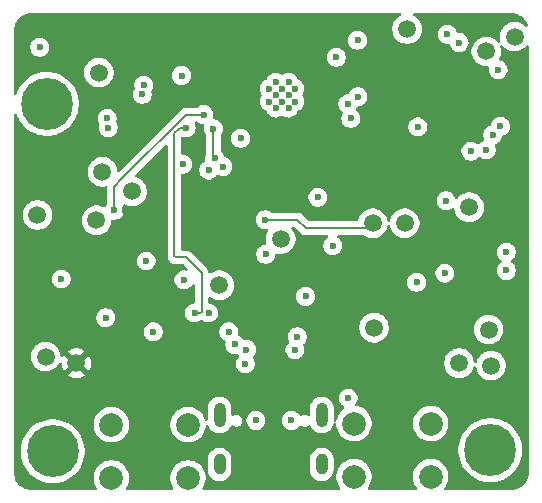
<source format=gbr>
%TF.GenerationSoftware,KiCad,Pcbnew,9.0.0*%
%TF.CreationDate,2025-12-27T14:24:40-08:00*%
%TF.ProjectId,esp_module_rev1,6573705f-6d6f-4647-956c-655f72657631,rev?*%
%TF.SameCoordinates,Original*%
%TF.FileFunction,Copper,L3,Inr*%
%TF.FilePolarity,Positive*%
%FSLAX46Y46*%
G04 Gerber Fmt 4.6, Leading zero omitted, Abs format (unit mm)*
G04 Created by KiCad (PCBNEW 9.0.0) date 2025-12-27 14:24:40*
%MOMM*%
%LPD*%
G01*
G04 APERTURE LIST*
%TA.AperFunction,HeatsinkPad*%
%ADD10C,0.600000*%
%TD*%
%TA.AperFunction,HeatsinkPad*%
%ADD11O,1.000000X2.100000*%
%TD*%
%TA.AperFunction,HeatsinkPad*%
%ADD12O,1.000000X1.800000*%
%TD*%
%TA.AperFunction,ComponentPad*%
%ADD13C,1.500000*%
%TD*%
%TA.AperFunction,ComponentPad*%
%ADD14C,0.700000*%
%TD*%
%TA.AperFunction,ComponentPad*%
%ADD15C,4.400000*%
%TD*%
%TA.AperFunction,ComponentPad*%
%ADD16C,2.000000*%
%TD*%
%TA.AperFunction,ViaPad*%
%ADD17C,0.600000*%
%TD*%
%TA.AperFunction,Conductor*%
%ADD18C,0.150000*%
%TD*%
%TA.AperFunction,Conductor*%
%ADD19C,0.200000*%
%TD*%
G04 APERTURE END LIST*
D10*
%TO.N,GND*%
%TO.C,U5*%
X147610000Y-88900000D03*
X147610000Y-90000000D03*
X148160000Y-88350000D03*
X148160000Y-89450000D03*
X148160000Y-90550000D03*
X148710000Y-88900000D03*
X148710000Y-90000000D03*
X149260000Y-88350000D03*
X149260000Y-89450000D03*
X149260000Y-90550000D03*
X149810000Y-88900000D03*
X149810000Y-90000000D03*
%TD*%
D11*
%TO.N,GND*%
%TO.C,J1*%
X143430000Y-116545000D03*
D12*
X143430000Y-120725000D03*
D11*
X152070000Y-116545000D03*
D12*
X152070000Y-120725000D03*
%TD*%
D13*
%TO.N,/I2C_SDA*%
%TO.C,TP8*%
X159100000Y-100300000D03*
%TD*%
%TO.N,/I2C_SCL*%
%TO.C,TP9*%
X166000000Y-85750000D03*
%TD*%
%TO.N,/LSM_INT2*%
%TO.C,TP15*%
X156400000Y-100300000D03*
%TD*%
%TO.N,/MAX_INT*%
%TO.C,TP12*%
X128000000Y-99600000D03*
%TD*%
%TO.N,Net-(D3-K)*%
%TO.C,TP5*%
X156500000Y-109150000D03*
%TD*%
%TO.N,/LSM_INT1*%
%TO.C,TP14*%
X136000000Y-97600000D03*
%TD*%
%TO.N,Net-(D2-K)*%
%TO.C,TP4*%
X128700000Y-111600000D03*
%TD*%
D14*
%TO.N,GND*%
%TO.C,H2*%
X164700000Y-119510000D03*
X165183274Y-118343274D03*
X165183274Y-120676726D03*
X166350000Y-117860000D03*
D15*
X166350000Y-119510000D03*
D14*
X166350000Y-121160000D03*
X167516726Y-118343274D03*
X167516726Y-120676726D03*
X168000000Y-119510000D03*
%TD*%
D16*
%TO.N,GND*%
%TO.C,SW1*%
X134250000Y-117360000D03*
X140750000Y-117360000D03*
%TO.N,/ESP32_EN*%
X134250000Y-121860000D03*
X140750000Y-121860000D03*
%TD*%
D13*
%TO.N,/ESP32_EN*%
%TO.C,TP19*%
X133200000Y-87550000D03*
%TD*%
%TO.N,Net-(R16-Pad1)*%
%TO.C,TP11*%
X168400000Y-84500000D03*
%TD*%
D14*
%TO.N,GND*%
%TO.C,H3*%
X127150000Y-90200000D03*
X127633274Y-89033274D03*
X127633274Y-91366726D03*
X128800000Y-88550000D03*
D15*
X128800000Y-90200000D03*
D14*
X128800000Y-91850000D03*
X129966726Y-89033274D03*
X129966726Y-91366726D03*
X130450000Y-90200000D03*
%TD*%
D13*
%TO.N,+USB_VBUS*%
%TO.C,TP16*%
X143400000Y-105550000D03*
%TD*%
%TO.N,+3V3*%
%TO.C,TP2*%
X131300000Y-112150000D03*
%TD*%
%TO.N,+USB_VBUSF*%
%TO.C,TP17*%
X148600000Y-101650000D03*
%TD*%
D16*
%TO.N,GND*%
%TO.C,SW2*%
X154800000Y-117260000D03*
X161300000Y-117260000D03*
%TO.N,/BOOT_SEL_GPIO9*%
X154800000Y-121760000D03*
X161300000Y-121760000D03*
%TD*%
D13*
%TO.N,/I2C_SDA_1V8*%
%TO.C,TP6*%
X166400000Y-112350000D03*
%TD*%
%TO.N,/I2C_SCL_1V8*%
%TO.C,TP7*%
X166200000Y-109300000D03*
%TD*%
%TO.N,+BATT*%
%TO.C,TP1*%
X133000000Y-100050000D03*
%TD*%
%TO.N,/BOOT_SEL_GPIO9*%
%TO.C,TP18*%
X133500000Y-95950000D03*
%TD*%
D14*
%TO.N,GND*%
%TO.C,H1*%
X127650000Y-119610000D03*
X128133274Y-118443274D03*
X128133274Y-120776726D03*
X129300000Y-117960000D03*
D15*
X129300000Y-119610000D03*
D14*
X129300000Y-121260000D03*
X130466726Y-118443274D03*
X130466726Y-120776726D03*
X130950000Y-119610000D03*
%TD*%
D13*
%TO.N,/VBATT_SENSE*%
%TO.C,TP10*%
X159300000Y-83850000D03*
%TD*%
%TO.N,/BMP_INT*%
%TO.C,TP13*%
X164550000Y-98950000D03*
%TD*%
%TO.N,+1V8*%
%TO.C,TP3*%
X163700000Y-112150000D03*
%TD*%
D17*
%TO.N,+BATT*%
X140400000Y-105100000D03*
X137200000Y-103500000D03*
X153000000Y-102200000D03*
X154300000Y-115100000D03*
%TO.N,GND*%
X142500000Y-95800000D03*
X150000000Y-109900000D03*
X145600000Y-112200000D03*
X167700000Y-104300000D03*
X128200000Y-85400000D03*
X130025000Y-105025000D03*
X147325000Y-102925000D03*
X142500000Y-107900000D03*
X162600000Y-98400000D03*
X160100000Y-105300000D03*
X140300000Y-95300000D03*
X154275000Y-90200000D03*
X151750000Y-98100000D03*
X133775000Y-108300000D03*
X150700000Y-106500000D03*
X137000000Y-88600000D03*
X163700000Y-85000000D03*
%TO.N,+USB_VBUSF*%
X144200000Y-109500000D03*
%TO.N,+USB_VBUS*%
X144700000Y-110562500D03*
%TO.N,Net-(D2-K)*%
X137800000Y-109500000D03*
%TO.N,+3V3*%
X128300000Y-83300000D03*
X140700000Y-83300000D03*
X141800000Y-95000000D03*
X151750000Y-99700000D03*
X127300000Y-95000000D03*
X162000000Y-88200000D03*
X150400000Y-84600000D03*
X135400000Y-99200000D03*
X158500000Y-94600000D03*
X161400000Y-99400000D03*
%TO.N,+1V8*%
X166550000Y-92800000D03*
X167000000Y-87300000D03*
%TO.N,/USB_CC2*%
X149500000Y-117000000D03*
%TO.N,/USB_CC1*%
X146500000Y-117000000D03*
%TO.N,/VBATT_SENSE*%
X141300000Y-107900000D03*
X140600000Y-92200000D03*
%TO.N,/I2C_SCL*%
X134000000Y-92200000D03*
X143700000Y-95500000D03*
X160200000Y-92150003D03*
X167200000Y-92100000D03*
%TO.N,/I2C_SDA*%
X143000000Y-94800000D03*
X142900000Y-92300000D03*
%TO.N,/I2C_SCL_1V8*%
X162500000Y-104525735D03*
X164700000Y-94200000D03*
%TO.N,/I2C_SDA_1V8*%
X166000000Y-94100000D03*
X167700000Y-102750000D03*
%TO.N,/LSM_INT2*%
X147300000Y-100000000D03*
X133900000Y-91400000D03*
%TO.N,/LSM_INT1*%
X136886863Y-89391962D03*
%TO.N,/MAX_INT*%
X145200000Y-93100000D03*
X140200000Y-87800000D03*
%TO.N,/BMP_INT*%
X153300000Y-86250000D03*
%TO.N,/USB_D-*%
X154525000Y-91425000D03*
X145700000Y-111000000D03*
%TO.N,/USB_D+*%
X155125000Y-89600000D03*
X149800000Y-111000000D03*
%TO.N,Net-(R16-Pad1)*%
X162700000Y-84300000D03*
X134500000Y-99200000D03*
X142100000Y-91100000D03*
%TO.N,Net-(U5-IO2)*%
X155100000Y-84800000D03*
%TD*%
D18*
%TO.N,/VBATT_SENSE*%
X141300000Y-107900000D02*
X141800000Y-107900000D01*
X139600000Y-103100000D02*
X139600000Y-92700000D01*
X139700000Y-103200000D02*
X139600000Y-103100000D01*
X141900000Y-107800000D02*
X141900000Y-104500000D01*
X140000000Y-92300000D02*
X140100000Y-92200000D01*
X141900000Y-104500000D02*
X140600000Y-103200000D01*
X141800000Y-107900000D02*
X141900000Y-107800000D01*
X140500000Y-103200000D02*
X139700000Y-103200000D01*
X139600000Y-92700000D02*
X140000000Y-92300000D01*
X140600000Y-103200000D02*
X140500000Y-103200000D01*
X140100000Y-92200000D02*
X140600000Y-92200000D01*
D19*
%TO.N,/I2C_SDA*%
X142900000Y-94700000D02*
X143000000Y-94800000D01*
X142900000Y-92300000D02*
X142900000Y-94700000D01*
%TO.N,/LSM_INT2*%
X156000000Y-100700000D02*
X156400000Y-100300000D01*
X147300000Y-100000000D02*
X150000000Y-100000000D01*
X150000000Y-100000000D02*
X150700000Y-100700000D01*
X150700000Y-100700000D02*
X156000000Y-100700000D01*
D18*
%TO.N,Net-(R16-Pad1)*%
X140600000Y-91100000D02*
X142100000Y-91100000D01*
X135200000Y-96500000D02*
X140600000Y-91100000D01*
X134500000Y-97200000D02*
X135200000Y-96500000D01*
X134500000Y-99200000D02*
X134500000Y-97200000D01*
%TD*%
%TA.AperFunction,Conductor*%
%TO.N,+3V3*%
G36*
X158744621Y-82520185D02*
G01*
X158790376Y-82572989D01*
X158800320Y-82642147D01*
X158771295Y-82705703D01*
X158733877Y-82734985D01*
X158644594Y-82780476D01*
X158553741Y-82846485D01*
X158485354Y-82896172D01*
X158485352Y-82896174D01*
X158485351Y-82896174D01*
X158346174Y-83035351D01*
X158346174Y-83035352D01*
X158346172Y-83035354D01*
X158296485Y-83103741D01*
X158230476Y-83194594D01*
X158141117Y-83369970D01*
X158080290Y-83557173D01*
X158049500Y-83751577D01*
X158049500Y-83948422D01*
X158080290Y-84142826D01*
X158141117Y-84330029D01*
X158227467Y-84499500D01*
X158230476Y-84505405D01*
X158346172Y-84664646D01*
X158485354Y-84803828D01*
X158644595Y-84919524D01*
X158684358Y-84939784D01*
X158819970Y-85008882D01*
X158819972Y-85008882D01*
X158819975Y-85008884D01*
X158886336Y-85030446D01*
X159007173Y-85069709D01*
X159201578Y-85100500D01*
X159201583Y-85100500D01*
X159398422Y-85100500D01*
X159592826Y-85069709D01*
X159780025Y-85008884D01*
X159955405Y-84919524D01*
X160114646Y-84803828D01*
X160253828Y-84664646D01*
X160369524Y-84505405D01*
X160458884Y-84330025D01*
X160494259Y-84221153D01*
X161899500Y-84221153D01*
X161899500Y-84378846D01*
X161930261Y-84533489D01*
X161930264Y-84533501D01*
X161990602Y-84679172D01*
X161990609Y-84679185D01*
X162078210Y-84810288D01*
X162078213Y-84810292D01*
X162189707Y-84921786D01*
X162189711Y-84921789D01*
X162320814Y-85009390D01*
X162320827Y-85009397D01*
X162466435Y-85069709D01*
X162466503Y-85069737D01*
X162591467Y-85094594D01*
X162621153Y-85100499D01*
X162621156Y-85100500D01*
X162621158Y-85100500D01*
X162778844Y-85100500D01*
X162784907Y-85099903D01*
X162785061Y-85101467D01*
X162847007Y-85107000D01*
X162902191Y-85149854D01*
X162923242Y-85198204D01*
X162930261Y-85233492D01*
X162930264Y-85233501D01*
X162990602Y-85379172D01*
X162990609Y-85379185D01*
X163078210Y-85510288D01*
X163078213Y-85510292D01*
X163189707Y-85621786D01*
X163189711Y-85621789D01*
X163320814Y-85709390D01*
X163320827Y-85709397D01*
X163394013Y-85739711D01*
X163466503Y-85769737D01*
X163621153Y-85800499D01*
X163621156Y-85800500D01*
X163621158Y-85800500D01*
X163778844Y-85800500D01*
X163778845Y-85800499D01*
X163933497Y-85769737D01*
X164079179Y-85709394D01*
X164210289Y-85621789D01*
X164321789Y-85510289D01*
X164409394Y-85379179D01*
X164469737Y-85233497D01*
X164500500Y-85078842D01*
X164500500Y-84921158D01*
X164500500Y-84921155D01*
X164500499Y-84921153D01*
X164494244Y-84889707D01*
X164469737Y-84766503D01*
X164450955Y-84721158D01*
X164409397Y-84620827D01*
X164409390Y-84620814D01*
X164321789Y-84489711D01*
X164321786Y-84489707D01*
X164210292Y-84378213D01*
X164210288Y-84378210D01*
X164079185Y-84290609D01*
X164079172Y-84290602D01*
X163933501Y-84230264D01*
X163933489Y-84230261D01*
X163778845Y-84199500D01*
X163778842Y-84199500D01*
X163621158Y-84199500D01*
X163621157Y-84199500D01*
X163615095Y-84200097D01*
X163614941Y-84198541D01*
X163552958Y-84192986D01*
X163497787Y-84150115D01*
X163476757Y-84101793D01*
X163469738Y-84066510D01*
X163469737Y-84066503D01*
X163469735Y-84066498D01*
X163409397Y-83920827D01*
X163409390Y-83920814D01*
X163321789Y-83789711D01*
X163321786Y-83789707D01*
X163210292Y-83678213D01*
X163210288Y-83678210D01*
X163079185Y-83590609D01*
X163079172Y-83590602D01*
X162933501Y-83530264D01*
X162933489Y-83530261D01*
X162778845Y-83499500D01*
X162778842Y-83499500D01*
X162621158Y-83499500D01*
X162621155Y-83499500D01*
X162466510Y-83530261D01*
X162466498Y-83530264D01*
X162320827Y-83590602D01*
X162320814Y-83590609D01*
X162189711Y-83678210D01*
X162189707Y-83678213D01*
X162078213Y-83789707D01*
X162078210Y-83789711D01*
X161990609Y-83920814D01*
X161990602Y-83920827D01*
X161930264Y-84066498D01*
X161930261Y-84066510D01*
X161899500Y-84221153D01*
X160494259Y-84221153D01*
X160519709Y-84142826D01*
X160537537Y-84030261D01*
X160550500Y-83948422D01*
X160550500Y-83751577D01*
X160519709Y-83557173D01*
X160478542Y-83430476D01*
X160458884Y-83369975D01*
X160458882Y-83369972D01*
X160458882Y-83369970D01*
X160397499Y-83249500D01*
X160369524Y-83194595D01*
X160253828Y-83035354D01*
X160114646Y-82896172D01*
X159955405Y-82780476D01*
X159866122Y-82734984D01*
X159815327Y-82687011D01*
X159798532Y-82619190D01*
X159821069Y-82553055D01*
X159875784Y-82509603D01*
X159922418Y-82500500D01*
X168034108Y-82500500D01*
X168095572Y-82500500D01*
X168104418Y-82500816D01*
X168304561Y-82515130D01*
X168322063Y-82517647D01*
X168513797Y-82559355D01*
X168530755Y-82564334D01*
X168677827Y-82619190D01*
X168714609Y-82632909D01*
X168730701Y-82640259D01*
X168902904Y-82734288D01*
X168917784Y-82743849D01*
X168966711Y-82780476D01*
X169074867Y-82861441D01*
X169088237Y-82873027D01*
X169226972Y-83011762D01*
X169238558Y-83025132D01*
X169356146Y-83182210D01*
X169365711Y-83197095D01*
X169459740Y-83369298D01*
X169467090Y-83385390D01*
X169513696Y-83510344D01*
X169518680Y-83580036D01*
X169485196Y-83641359D01*
X169423873Y-83674844D01*
X169354181Y-83669860D01*
X169309833Y-83641359D01*
X169214648Y-83546174D01*
X169214646Y-83546172D01*
X169055405Y-83430476D01*
X168880029Y-83341117D01*
X168692826Y-83280290D01*
X168498422Y-83249500D01*
X168498417Y-83249500D01*
X168301583Y-83249500D01*
X168301578Y-83249500D01*
X168107173Y-83280290D01*
X167919970Y-83341117D01*
X167744594Y-83430476D01*
X167653741Y-83496485D01*
X167585354Y-83546172D01*
X167585352Y-83546174D01*
X167585351Y-83546174D01*
X167446174Y-83685351D01*
X167446174Y-83685352D01*
X167446172Y-83685354D01*
X167398058Y-83751577D01*
X167330476Y-83844594D01*
X167241117Y-84019970D01*
X167180290Y-84207173D01*
X167149500Y-84401577D01*
X167149500Y-84598422D01*
X167180290Y-84792826D01*
X167205348Y-84869943D01*
X167207343Y-84939784D01*
X167171263Y-84999617D01*
X167108562Y-85030446D01*
X167039148Y-85022482D01*
X166987099Y-84981148D01*
X166953828Y-84935354D01*
X166814646Y-84796172D01*
X166655405Y-84680476D01*
X166652871Y-84679185D01*
X166480029Y-84591117D01*
X166292826Y-84530290D01*
X166098422Y-84499500D01*
X166098417Y-84499500D01*
X165901583Y-84499500D01*
X165901578Y-84499500D01*
X165707173Y-84530290D01*
X165519970Y-84591117D01*
X165344594Y-84680476D01*
X165288608Y-84721153D01*
X165185354Y-84796172D01*
X165185352Y-84796174D01*
X165185351Y-84796174D01*
X165046174Y-84935351D01*
X165046174Y-84935352D01*
X165046172Y-84935354D01*
X165012901Y-84981148D01*
X164930476Y-85094594D01*
X164841117Y-85269970D01*
X164780290Y-85457173D01*
X164749500Y-85651577D01*
X164749500Y-85848422D01*
X164780290Y-86042826D01*
X164841117Y-86230029D01*
X164906446Y-86358244D01*
X164930476Y-86405405D01*
X165046172Y-86564646D01*
X165185354Y-86703828D01*
X165344595Y-86819524D01*
X165427455Y-86861743D01*
X165519970Y-86908882D01*
X165519972Y-86908882D01*
X165519975Y-86908884D01*
X165556732Y-86920827D01*
X165707173Y-86969709D01*
X165901578Y-87000500D01*
X166092297Y-87000500D01*
X166159336Y-87020185D01*
X166205091Y-87072989D01*
X166215035Y-87142147D01*
X166213914Y-87148691D01*
X166199500Y-87221153D01*
X166199500Y-87378846D01*
X166230261Y-87533489D01*
X166230264Y-87533501D01*
X166290602Y-87679172D01*
X166290609Y-87679185D01*
X166378210Y-87810288D01*
X166378213Y-87810292D01*
X166489707Y-87921786D01*
X166489711Y-87921789D01*
X166620814Y-88009390D01*
X166620827Y-88009397D01*
X166766498Y-88069735D01*
X166766503Y-88069737D01*
X166921153Y-88100499D01*
X166921156Y-88100500D01*
X166921158Y-88100500D01*
X167078844Y-88100500D01*
X167078845Y-88100499D01*
X167233497Y-88069737D01*
X167379179Y-88009394D01*
X167510289Y-87921789D01*
X167621789Y-87810289D01*
X167709394Y-87679179D01*
X167769737Y-87533497D01*
X167800500Y-87378842D01*
X167800500Y-87221158D01*
X167800500Y-87221155D01*
X167800499Y-87221153D01*
X167786085Y-87148691D01*
X167769737Y-87066503D01*
X167769735Y-87066498D01*
X167709397Y-86920827D01*
X167709390Y-86920814D01*
X167621789Y-86789711D01*
X167621786Y-86789707D01*
X167510292Y-86678213D01*
X167510288Y-86678210D01*
X167379185Y-86590609D01*
X167379172Y-86590602D01*
X167233501Y-86530264D01*
X167233491Y-86530261D01*
X167187510Y-86521115D01*
X167125599Y-86488730D01*
X167091025Y-86428014D01*
X167094766Y-86358244D01*
X167101217Y-86343203D01*
X167107797Y-86330290D01*
X167158884Y-86230025D01*
X167219709Y-86042826D01*
X167223879Y-86016498D01*
X167250500Y-85848422D01*
X167250500Y-85651577D01*
X167219709Y-85457175D01*
X167219709Y-85457174D01*
X167194650Y-85380053D01*
X167192655Y-85310215D01*
X167228735Y-85250382D01*
X167291436Y-85219553D01*
X167360850Y-85227517D01*
X167412899Y-85268851D01*
X167413716Y-85269975D01*
X167446172Y-85314646D01*
X167585354Y-85453828D01*
X167744595Y-85569524D01*
X167805389Y-85600500D01*
X167919970Y-85658882D01*
X167919972Y-85658882D01*
X167919975Y-85658884D01*
X168020317Y-85691487D01*
X168107173Y-85719709D01*
X168301578Y-85750500D01*
X168301583Y-85750500D01*
X168498422Y-85750500D01*
X168692826Y-85719709D01*
X168724584Y-85709390D01*
X168880025Y-85658884D01*
X169055405Y-85569524D01*
X169214646Y-85453828D01*
X169353828Y-85314646D01*
X169375183Y-85285252D01*
X169430512Y-85242589D01*
X169500126Y-85236610D01*
X169561921Y-85269216D01*
X169596278Y-85330055D01*
X169599500Y-85358140D01*
X169599500Y-121395572D01*
X169599184Y-121404418D01*
X169599184Y-121404419D01*
X169584869Y-121604557D01*
X169582351Y-121622068D01*
X169540646Y-121813787D01*
X169535662Y-121830763D01*
X169467090Y-122014609D01*
X169459740Y-122030701D01*
X169365711Y-122202904D01*
X169356146Y-122217789D01*
X169238558Y-122374867D01*
X169226972Y-122388237D01*
X169088237Y-122526972D01*
X169074867Y-122538558D01*
X168917789Y-122656146D01*
X168902904Y-122665711D01*
X168730701Y-122759740D01*
X168714609Y-122767090D01*
X168530763Y-122835662D01*
X168513787Y-122840646D01*
X168322068Y-122882351D01*
X168304557Y-122884869D01*
X168123779Y-122897799D01*
X168104417Y-122899184D01*
X168095572Y-122899500D01*
X162570188Y-122899500D01*
X162503149Y-122879815D01*
X162457394Y-122827011D01*
X162447450Y-122757853D01*
X162469869Y-122702615D01*
X162583343Y-122546433D01*
X162690568Y-122335992D01*
X162763553Y-122111368D01*
X162767405Y-122087049D01*
X162800500Y-121878097D01*
X162800500Y-121641902D01*
X162763553Y-121408631D01*
X162723058Y-121284003D01*
X162690568Y-121184008D01*
X162690566Y-121184005D01*
X162690566Y-121184003D01*
X162583342Y-120973566D01*
X162444517Y-120782490D01*
X162277510Y-120615483D01*
X162086433Y-120476657D01*
X162072253Y-120469432D01*
X161875996Y-120369433D01*
X161651368Y-120296446D01*
X161418097Y-120259500D01*
X161418092Y-120259500D01*
X161181908Y-120259500D01*
X161181903Y-120259500D01*
X160948631Y-120296446D01*
X160724003Y-120369433D01*
X160513566Y-120476657D01*
X160404550Y-120555862D01*
X160322490Y-120615483D01*
X160322488Y-120615485D01*
X160322487Y-120615485D01*
X160155485Y-120782487D01*
X160155485Y-120782488D01*
X160155483Y-120782490D01*
X160129438Y-120818338D01*
X160016657Y-120973566D01*
X159909433Y-121184003D01*
X159836446Y-121408631D01*
X159799500Y-121641902D01*
X159799500Y-121878097D01*
X159836446Y-122111368D01*
X159909433Y-122335996D01*
X160006741Y-122526972D01*
X160016657Y-122546433D01*
X160130130Y-122702615D01*
X160153610Y-122768421D01*
X160137785Y-122836475D01*
X160087679Y-122885169D01*
X160029812Y-122899500D01*
X156070188Y-122899500D01*
X156003149Y-122879815D01*
X155957394Y-122827011D01*
X155947450Y-122757853D01*
X155969869Y-122702615D01*
X156083343Y-122546433D01*
X156190568Y-122335992D01*
X156263553Y-122111368D01*
X156267405Y-122087049D01*
X156300500Y-121878097D01*
X156300500Y-121641902D01*
X156263553Y-121408631D01*
X156223058Y-121284003D01*
X156190568Y-121184008D01*
X156190566Y-121184005D01*
X156190566Y-121184003D01*
X156083342Y-120973566D01*
X155944517Y-120782490D01*
X155777510Y-120615483D01*
X155586433Y-120476657D01*
X155572253Y-120469432D01*
X155375996Y-120369433D01*
X155151368Y-120296446D01*
X154918097Y-120259500D01*
X154918092Y-120259500D01*
X154681908Y-120259500D01*
X154681903Y-120259500D01*
X154448631Y-120296446D01*
X154224003Y-120369433D01*
X154013566Y-120476657D01*
X153904550Y-120555862D01*
X153822490Y-120615483D01*
X153822488Y-120615485D01*
X153822487Y-120615485D01*
X153655485Y-120782487D01*
X153655485Y-120782488D01*
X153655483Y-120782490D01*
X153629438Y-120818338D01*
X153516657Y-120973566D01*
X153409433Y-121184003D01*
X153336446Y-121408631D01*
X153299500Y-121641902D01*
X153299500Y-121878097D01*
X153336446Y-122111368D01*
X153409433Y-122335996D01*
X153506741Y-122526972D01*
X153516657Y-122546433D01*
X153630130Y-122702615D01*
X153653610Y-122768421D01*
X153637785Y-122836475D01*
X153587679Y-122885169D01*
X153529812Y-122899500D01*
X142092843Y-122899500D01*
X142025804Y-122879815D01*
X141980049Y-122827011D01*
X141970105Y-122757853D01*
X141992525Y-122702615D01*
X142011877Y-122675977D01*
X142033343Y-122646433D01*
X142140568Y-122435992D01*
X142213553Y-122211368D01*
X142219069Y-122176539D01*
X142250500Y-121978097D01*
X142250500Y-121741902D01*
X142213553Y-121508631D01*
X142176817Y-121395572D01*
X142140568Y-121284008D01*
X142140566Y-121284005D01*
X142140566Y-121284003D01*
X142109760Y-121223543D01*
X142429499Y-121223543D01*
X142467947Y-121416829D01*
X142467950Y-121416839D01*
X142543364Y-121598907D01*
X142543371Y-121598920D01*
X142652860Y-121762781D01*
X142652863Y-121762785D01*
X142792214Y-121902136D01*
X142792218Y-121902139D01*
X142956079Y-122011628D01*
X142956092Y-122011635D01*
X143138160Y-122087049D01*
X143138165Y-122087051D01*
X143138169Y-122087051D01*
X143138170Y-122087052D01*
X143331456Y-122125500D01*
X143331459Y-122125500D01*
X143528543Y-122125500D01*
X143658582Y-122099632D01*
X143721835Y-122087051D01*
X143903914Y-122011632D01*
X144067782Y-121902139D01*
X144207139Y-121762782D01*
X144316632Y-121598914D01*
X144392051Y-121416835D01*
X144430500Y-121223543D01*
X151069499Y-121223543D01*
X151107947Y-121416829D01*
X151107950Y-121416839D01*
X151183364Y-121598907D01*
X151183371Y-121598920D01*
X151292860Y-121762781D01*
X151292863Y-121762785D01*
X151432214Y-121902136D01*
X151432218Y-121902139D01*
X151596079Y-122011628D01*
X151596092Y-122011635D01*
X151778160Y-122087049D01*
X151778165Y-122087051D01*
X151778169Y-122087051D01*
X151778170Y-122087052D01*
X151971456Y-122125500D01*
X151971459Y-122125500D01*
X152168543Y-122125500D01*
X152298582Y-122099632D01*
X152361835Y-122087051D01*
X152543914Y-122011632D01*
X152707782Y-121902139D01*
X152847139Y-121762782D01*
X152956632Y-121598914D01*
X153032051Y-121416835D01*
X153070500Y-121223541D01*
X153070500Y-120226459D01*
X153070500Y-120226456D01*
X153032052Y-120033170D01*
X153032051Y-120033169D01*
X153032051Y-120033165D01*
X153003008Y-119963048D01*
X152956635Y-119851092D01*
X152956628Y-119851079D01*
X152847139Y-119687218D01*
X152847136Y-119687214D01*
X152707785Y-119547863D01*
X152707781Y-119547860D01*
X152573245Y-119457966D01*
X152543919Y-119438371D01*
X152543907Y-119438364D01*
X152361839Y-119362950D01*
X152361829Y-119362947D01*
X152338648Y-119358336D01*
X163649500Y-119358336D01*
X163649500Y-119661663D01*
X163683457Y-119963048D01*
X163683460Y-119963062D01*
X163750953Y-120258771D01*
X163750957Y-120258783D01*
X163851133Y-120545068D01*
X163982733Y-120818338D01*
X163982735Y-120818341D01*
X164144108Y-121075164D01*
X164333221Y-121312304D01*
X164547696Y-121526779D01*
X164784836Y-121715892D01*
X165041659Y-121877265D01*
X165314935Y-122008868D01*
X165529951Y-122084105D01*
X165601216Y-122109042D01*
X165601228Y-122109046D01*
X165896937Y-122176540D01*
X165896946Y-122176541D01*
X165896951Y-122176542D01*
X166097874Y-122199180D01*
X166198337Y-122210499D01*
X166198340Y-122210500D01*
X166198343Y-122210500D01*
X166501660Y-122210500D01*
X166501661Y-122210499D01*
X166655694Y-122193144D01*
X166803048Y-122176542D01*
X166803051Y-122176541D01*
X166803063Y-122176540D01*
X167098772Y-122109046D01*
X167385065Y-122008868D01*
X167658341Y-121877265D01*
X167915164Y-121715892D01*
X168152304Y-121526779D01*
X168366779Y-121312304D01*
X168555892Y-121075164D01*
X168717265Y-120818341D01*
X168848868Y-120545065D01*
X168949046Y-120258772D01*
X169016540Y-119963063D01*
X169029158Y-119851079D01*
X169039232Y-119761663D01*
X169050500Y-119661657D01*
X169050500Y-119358343D01*
X169016540Y-119056937D01*
X168949046Y-118761228D01*
X168848868Y-118474935D01*
X168717265Y-118201659D01*
X168555892Y-117944836D01*
X168366779Y-117707696D01*
X168152304Y-117493221D01*
X167915164Y-117304108D01*
X167658341Y-117142735D01*
X167658338Y-117142733D01*
X167385068Y-117011133D01*
X167098783Y-116910957D01*
X167098771Y-116910953D01*
X166839655Y-116851812D01*
X166803063Y-116843460D01*
X166803060Y-116843459D01*
X166803048Y-116843457D01*
X166501663Y-116809500D01*
X166501657Y-116809500D01*
X166198343Y-116809500D01*
X166198336Y-116809500D01*
X165896951Y-116843457D01*
X165896937Y-116843460D01*
X165601228Y-116910953D01*
X165601216Y-116910957D01*
X165314931Y-117011133D01*
X165041661Y-117142733D01*
X164784837Y-117304107D01*
X164547696Y-117493220D01*
X164333220Y-117707696D01*
X164144107Y-117944837D01*
X163982733Y-118201661D01*
X163851133Y-118474931D01*
X163750957Y-118761216D01*
X163750953Y-118761228D01*
X163683460Y-119056937D01*
X163683457Y-119056951D01*
X163649500Y-119358336D01*
X152338648Y-119358336D01*
X152168543Y-119324500D01*
X152168541Y-119324500D01*
X151971459Y-119324500D01*
X151971457Y-119324500D01*
X151778170Y-119362947D01*
X151778160Y-119362950D01*
X151596092Y-119438364D01*
X151596079Y-119438371D01*
X151432218Y-119547860D01*
X151432214Y-119547863D01*
X151292863Y-119687214D01*
X151292860Y-119687218D01*
X151183371Y-119851079D01*
X151183364Y-119851092D01*
X151107950Y-120033160D01*
X151107947Y-120033170D01*
X151069500Y-120226456D01*
X151069500Y-120226459D01*
X151069500Y-121223541D01*
X151069500Y-121223543D01*
X151069499Y-121223543D01*
X144430500Y-121223543D01*
X144430500Y-121223541D01*
X144430500Y-120226459D01*
X144430500Y-120226456D01*
X144392052Y-120033170D01*
X144392051Y-120033169D01*
X144392051Y-120033165D01*
X144363008Y-119963048D01*
X144316635Y-119851092D01*
X144316628Y-119851079D01*
X144207139Y-119687218D01*
X144207136Y-119687214D01*
X144067785Y-119547863D01*
X144067781Y-119547860D01*
X143903920Y-119438371D01*
X143903907Y-119438364D01*
X143721839Y-119362950D01*
X143721829Y-119362947D01*
X143528543Y-119324500D01*
X143528541Y-119324500D01*
X143331459Y-119324500D01*
X143331457Y-119324500D01*
X143138170Y-119362947D01*
X143138160Y-119362950D01*
X142956092Y-119438364D01*
X142956079Y-119438371D01*
X142792218Y-119547860D01*
X142792214Y-119547863D01*
X142652863Y-119687214D01*
X142652860Y-119687218D01*
X142543371Y-119851079D01*
X142543364Y-119851092D01*
X142467950Y-120033160D01*
X142467947Y-120033170D01*
X142429500Y-120226456D01*
X142429500Y-120226459D01*
X142429500Y-121223541D01*
X142429500Y-121223543D01*
X142429499Y-121223543D01*
X142109760Y-121223543D01*
X142084002Y-121172991D01*
X142033343Y-121073567D01*
X141894517Y-120882490D01*
X141727510Y-120715483D01*
X141536433Y-120576657D01*
X141325996Y-120469433D01*
X141101368Y-120396446D01*
X140868097Y-120359500D01*
X140868092Y-120359500D01*
X140631908Y-120359500D01*
X140631903Y-120359500D01*
X140398631Y-120396446D01*
X140174003Y-120469433D01*
X139963566Y-120576657D01*
X139854550Y-120655862D01*
X139772490Y-120715483D01*
X139772488Y-120715485D01*
X139772487Y-120715485D01*
X139605485Y-120882487D01*
X139605485Y-120882488D01*
X139605483Y-120882490D01*
X139579438Y-120918338D01*
X139466657Y-121073566D01*
X139359433Y-121284003D01*
X139286446Y-121508631D01*
X139249500Y-121741902D01*
X139249500Y-121978097D01*
X139286446Y-122211368D01*
X139359433Y-122435996D01*
X139466659Y-122646436D01*
X139507475Y-122702615D01*
X139530955Y-122768421D01*
X139515130Y-122836475D01*
X139465024Y-122885170D01*
X139407157Y-122899500D01*
X135592843Y-122899500D01*
X135525804Y-122879815D01*
X135480049Y-122827011D01*
X135470105Y-122757853D01*
X135492525Y-122702615D01*
X135511877Y-122675977D01*
X135533343Y-122646433D01*
X135640568Y-122435992D01*
X135713553Y-122211368D01*
X135719069Y-122176539D01*
X135750500Y-121978097D01*
X135750500Y-121741902D01*
X135713553Y-121508631D01*
X135676817Y-121395572D01*
X135640568Y-121284008D01*
X135640566Y-121284005D01*
X135640566Y-121284003D01*
X135584002Y-121172991D01*
X135533343Y-121073567D01*
X135394517Y-120882490D01*
X135227510Y-120715483D01*
X135036433Y-120576657D01*
X134825996Y-120469433D01*
X134601368Y-120396446D01*
X134368097Y-120359500D01*
X134368092Y-120359500D01*
X134131908Y-120359500D01*
X134131903Y-120359500D01*
X133898631Y-120396446D01*
X133674003Y-120469433D01*
X133463566Y-120576657D01*
X133354550Y-120655862D01*
X133272490Y-120715483D01*
X133272488Y-120715485D01*
X133272487Y-120715485D01*
X133105485Y-120882487D01*
X133105485Y-120882488D01*
X133105483Y-120882490D01*
X133079438Y-120918338D01*
X132966657Y-121073566D01*
X132859433Y-121284003D01*
X132786446Y-121508631D01*
X132749500Y-121741902D01*
X132749500Y-121978097D01*
X132786446Y-122211368D01*
X132859433Y-122435996D01*
X132966659Y-122646436D01*
X133007475Y-122702615D01*
X133030955Y-122768421D01*
X133015130Y-122836475D01*
X132965024Y-122885170D01*
X132907157Y-122899500D01*
X127504428Y-122899500D01*
X127495582Y-122899184D01*
X127473622Y-122897613D01*
X127295442Y-122884869D01*
X127277931Y-122882351D01*
X127086212Y-122840646D01*
X127069236Y-122835662D01*
X126885390Y-122767090D01*
X126869298Y-122759740D01*
X126697095Y-122665711D01*
X126682210Y-122656146D01*
X126525132Y-122538558D01*
X126511762Y-122526972D01*
X126373027Y-122388237D01*
X126361441Y-122374867D01*
X126243849Y-122217784D01*
X126234288Y-122202904D01*
X126140259Y-122030701D01*
X126132909Y-122014609D01*
X126118980Y-121977265D01*
X126064334Y-121830755D01*
X126059355Y-121813797D01*
X126017647Y-121622063D01*
X126015130Y-121604556D01*
X126014726Y-121598914D01*
X126000816Y-121404418D01*
X126000500Y-121395572D01*
X126000500Y-119458336D01*
X126599500Y-119458336D01*
X126599500Y-119761663D01*
X126633457Y-120063048D01*
X126633460Y-120063062D01*
X126700953Y-120358771D01*
X126700957Y-120358783D01*
X126801133Y-120645068D01*
X126932733Y-120918338D01*
X126932735Y-120918341D01*
X127094108Y-121175164D01*
X127180908Y-121284008D01*
X127280292Y-121408632D01*
X127283221Y-121412304D01*
X127497696Y-121626779D01*
X127734836Y-121815892D01*
X127991659Y-121977265D01*
X128264935Y-122108868D01*
X128458328Y-122176539D01*
X128551216Y-122209042D01*
X128551228Y-122209046D01*
X128846937Y-122276540D01*
X128846946Y-122276541D01*
X128846951Y-122276542D01*
X129047874Y-122299180D01*
X129148337Y-122310499D01*
X129148340Y-122310500D01*
X129148343Y-122310500D01*
X129451660Y-122310500D01*
X129451661Y-122310499D01*
X129605694Y-122293144D01*
X129753048Y-122276542D01*
X129753051Y-122276541D01*
X129753063Y-122276540D01*
X130048772Y-122209046D01*
X130335065Y-122108868D01*
X130608341Y-121977265D01*
X130865164Y-121815892D01*
X131102304Y-121626779D01*
X131316779Y-121412304D01*
X131505892Y-121175164D01*
X131667265Y-120918341D01*
X131798868Y-120645065D01*
X131899046Y-120358772D01*
X131966540Y-120063063D01*
X132000500Y-119761657D01*
X132000500Y-119458343D01*
X131966540Y-119156937D01*
X131899046Y-118861228D01*
X131798868Y-118574935D01*
X131667265Y-118301659D01*
X131505892Y-118044836D01*
X131316779Y-117807696D01*
X131102304Y-117593221D01*
X130865164Y-117404108D01*
X130752273Y-117333174D01*
X130608338Y-117242733D01*
X130606612Y-117241902D01*
X132749500Y-117241902D01*
X132749500Y-117478097D01*
X132786446Y-117711368D01*
X132859433Y-117935996D01*
X132921115Y-118057052D01*
X132966657Y-118146433D01*
X133105483Y-118337510D01*
X133272490Y-118504517D01*
X133463567Y-118643343D01*
X133562991Y-118694002D01*
X133674003Y-118750566D01*
X133674005Y-118750566D01*
X133674008Y-118750568D01*
X133794412Y-118789689D01*
X133898631Y-118823553D01*
X134131903Y-118860500D01*
X134131908Y-118860500D01*
X134368097Y-118860500D01*
X134601368Y-118823553D01*
X134825992Y-118750568D01*
X135036433Y-118643343D01*
X135227510Y-118504517D01*
X135394517Y-118337510D01*
X135533343Y-118146433D01*
X135640568Y-117935992D01*
X135713553Y-117711368D01*
X135727741Y-117621789D01*
X135750500Y-117478097D01*
X135750500Y-117241902D01*
X139249500Y-117241902D01*
X139249500Y-117478097D01*
X139286446Y-117711368D01*
X139359433Y-117935996D01*
X139421115Y-118057052D01*
X139466657Y-118146433D01*
X139605483Y-118337510D01*
X139772490Y-118504517D01*
X139963567Y-118643343D01*
X140062991Y-118694002D01*
X140174003Y-118750566D01*
X140174005Y-118750566D01*
X140174008Y-118750568D01*
X140294412Y-118789689D01*
X140398631Y-118823553D01*
X140631903Y-118860500D01*
X140631908Y-118860500D01*
X140868097Y-118860500D01*
X141101368Y-118823553D01*
X141325992Y-118750568D01*
X141536433Y-118643343D01*
X141727510Y-118504517D01*
X141894517Y-118337510D01*
X142033343Y-118146433D01*
X142140568Y-117935992D01*
X142213553Y-117711368D01*
X142236115Y-117568914D01*
X142250498Y-117478105D01*
X142250499Y-117478097D01*
X142250500Y-117478092D01*
X142250500Y-117478079D01*
X142250729Y-117475175D01*
X142251129Y-117474124D01*
X142251263Y-117473280D01*
X142251440Y-117473308D01*
X142275606Y-117409884D01*
X142331832Y-117368407D01*
X142401557Y-117363913D01*
X142462644Y-117397828D01*
X142488909Y-117437438D01*
X142543366Y-117568911D01*
X142543371Y-117568920D01*
X142652860Y-117732781D01*
X142652863Y-117732785D01*
X142792214Y-117872136D01*
X142792218Y-117872139D01*
X142956079Y-117981628D01*
X142956092Y-117981635D01*
X143138160Y-118057049D01*
X143138165Y-118057051D01*
X143138169Y-118057051D01*
X143138170Y-118057052D01*
X143331456Y-118095500D01*
X143331459Y-118095500D01*
X143528543Y-118095500D01*
X143658582Y-118069632D01*
X143721835Y-118057051D01*
X143903914Y-117981632D01*
X144067782Y-117872139D01*
X144207139Y-117732782D01*
X144316632Y-117568914D01*
X144350900Y-117486181D01*
X144394739Y-117431781D01*
X144461032Y-117409715D01*
X144528732Y-117426993D01*
X144546220Y-117440578D01*
X144546240Y-117440553D01*
X144552681Y-117445495D01*
X144552686Y-117445500D01*
X144635341Y-117493221D01*
X144664903Y-117510289D01*
X144666814Y-117511392D01*
X144794108Y-117545500D01*
X144794110Y-117545500D01*
X144925890Y-117545500D01*
X144925892Y-117545500D01*
X145053186Y-117511392D01*
X145167314Y-117445500D01*
X145260500Y-117352314D01*
X145326392Y-117238186D01*
X145360500Y-117110892D01*
X145360500Y-116979108D01*
X145344971Y-116921153D01*
X145699500Y-116921153D01*
X145699500Y-117078846D01*
X145730261Y-117233489D01*
X145730264Y-117233501D01*
X145790602Y-117379172D01*
X145790609Y-117379185D01*
X145878210Y-117510288D01*
X145878213Y-117510292D01*
X145989707Y-117621786D01*
X145989711Y-117621789D01*
X146120814Y-117709390D01*
X146120827Y-117709397D01*
X146266498Y-117769735D01*
X146266503Y-117769737D01*
X146421153Y-117800499D01*
X146421156Y-117800500D01*
X146421158Y-117800500D01*
X146578844Y-117800500D01*
X146578845Y-117800499D01*
X146733497Y-117769737D01*
X146846166Y-117723067D01*
X146879172Y-117709397D01*
X146879172Y-117709396D01*
X146879179Y-117709394D01*
X147010289Y-117621789D01*
X147121789Y-117510289D01*
X147209394Y-117379179D01*
X147269737Y-117233497D01*
X147300500Y-117078842D01*
X147300500Y-116921158D01*
X147300500Y-116921155D01*
X147300499Y-116921153D01*
X148699500Y-116921153D01*
X148699500Y-117078846D01*
X148730261Y-117233489D01*
X148730264Y-117233501D01*
X148790602Y-117379172D01*
X148790609Y-117379185D01*
X148878210Y-117510288D01*
X148878213Y-117510292D01*
X148989707Y-117621786D01*
X148989711Y-117621789D01*
X149120814Y-117709390D01*
X149120827Y-117709397D01*
X149266498Y-117769735D01*
X149266503Y-117769737D01*
X149421153Y-117800499D01*
X149421156Y-117800500D01*
X149421158Y-117800500D01*
X149578844Y-117800500D01*
X149578845Y-117800499D01*
X149733497Y-117769737D01*
X149846166Y-117723067D01*
X149879172Y-117709397D01*
X149879172Y-117709396D01*
X149879179Y-117709394D01*
X150010289Y-117621789D01*
X150121789Y-117510289D01*
X150148334Y-117470560D01*
X150201945Y-117425757D01*
X150271270Y-117417048D01*
X150326928Y-117441081D01*
X150332683Y-117445498D01*
X150332685Y-117445499D01*
X150332686Y-117445500D01*
X150389137Y-117478092D01*
X150444908Y-117510292D01*
X150446814Y-117511392D01*
X150574108Y-117545500D01*
X150574110Y-117545500D01*
X150705890Y-117545500D01*
X150705892Y-117545500D01*
X150833186Y-117511392D01*
X150947314Y-117445500D01*
X150947321Y-117445492D01*
X150953760Y-117440553D01*
X150954644Y-117441705D01*
X151008169Y-117412472D01*
X151077862Y-117417450D01*
X151133799Y-117459316D01*
X151149100Y-117486184D01*
X151183364Y-117568907D01*
X151183371Y-117568920D01*
X151292860Y-117732781D01*
X151292863Y-117732785D01*
X151432214Y-117872136D01*
X151432218Y-117872139D01*
X151596079Y-117981628D01*
X151596092Y-117981635D01*
X151778160Y-118057049D01*
X151778165Y-118057051D01*
X151778169Y-118057051D01*
X151778170Y-118057052D01*
X151971456Y-118095500D01*
X151971459Y-118095500D01*
X152168543Y-118095500D01*
X152298582Y-118069632D01*
X152361835Y-118057051D01*
X152543914Y-117981632D01*
X152707782Y-117872139D01*
X152847139Y-117732782D01*
X152956632Y-117568914D01*
X153032051Y-117386835D01*
X153051269Y-117290221D01*
X153053883Y-117277082D01*
X153086268Y-117215171D01*
X153146984Y-117180596D01*
X153216753Y-117184336D01*
X153273425Y-117225203D01*
X153299006Y-117290221D01*
X153299500Y-117301273D01*
X153299500Y-117378097D01*
X153336446Y-117611368D01*
X153409433Y-117835996D01*
X153515843Y-118044836D01*
X153516657Y-118046433D01*
X153655483Y-118237510D01*
X153822490Y-118404517D01*
X154013567Y-118543343D01*
X154075562Y-118574931D01*
X154224003Y-118650566D01*
X154224005Y-118650566D01*
X154224008Y-118650568D01*
X154344412Y-118689689D01*
X154448631Y-118723553D01*
X154681903Y-118760500D01*
X154681908Y-118760500D01*
X154918097Y-118760500D01*
X155151368Y-118723553D01*
X155375992Y-118650568D01*
X155586433Y-118543343D01*
X155777510Y-118404517D01*
X155944517Y-118237510D01*
X156083343Y-118046433D01*
X156190568Y-117835992D01*
X156263553Y-117611368D01*
X156270277Y-117568913D01*
X156300500Y-117378097D01*
X156300500Y-117141902D01*
X159799500Y-117141902D01*
X159799500Y-117378097D01*
X159836446Y-117611368D01*
X159909433Y-117835996D01*
X160015843Y-118044836D01*
X160016657Y-118046433D01*
X160155483Y-118237510D01*
X160322490Y-118404517D01*
X160513567Y-118543343D01*
X160575562Y-118574931D01*
X160724003Y-118650566D01*
X160724005Y-118650566D01*
X160724008Y-118650568D01*
X160844412Y-118689689D01*
X160948631Y-118723553D01*
X161181903Y-118760500D01*
X161181908Y-118760500D01*
X161418097Y-118760500D01*
X161651368Y-118723553D01*
X161875992Y-118650568D01*
X162086433Y-118543343D01*
X162277510Y-118404517D01*
X162444517Y-118237510D01*
X162583343Y-118046433D01*
X162690568Y-117835992D01*
X162763553Y-117611368D01*
X162770277Y-117568913D01*
X162800500Y-117378097D01*
X162800500Y-117141902D01*
X162763553Y-116908631D01*
X162729689Y-116804412D01*
X162690568Y-116684008D01*
X162690566Y-116684005D01*
X162690566Y-116684003D01*
X162596948Y-116500269D01*
X162583343Y-116473567D01*
X162444517Y-116282490D01*
X162277510Y-116115483D01*
X162086433Y-115976657D01*
X162072253Y-115969432D01*
X161875996Y-115869433D01*
X161651368Y-115796446D01*
X161418097Y-115759500D01*
X161418092Y-115759500D01*
X161181908Y-115759500D01*
X161181903Y-115759500D01*
X160948631Y-115796446D01*
X160724003Y-115869433D01*
X160513566Y-115976657D01*
X160404550Y-116055862D01*
X160322490Y-116115483D01*
X160322488Y-116115485D01*
X160322487Y-116115485D01*
X160155485Y-116282487D01*
X160155485Y-116282488D01*
X160155483Y-116282490D01*
X160095862Y-116364550D01*
X160016657Y-116473566D01*
X159909433Y-116684003D01*
X159836446Y-116908631D01*
X159799500Y-117141902D01*
X156300500Y-117141902D01*
X156263553Y-116908631D01*
X156229689Y-116804412D01*
X156190568Y-116684008D01*
X156190566Y-116684005D01*
X156190566Y-116684003D01*
X156096948Y-116500269D01*
X156083343Y-116473567D01*
X155944517Y-116282490D01*
X155777510Y-116115483D01*
X155586433Y-115976657D01*
X155572253Y-115969432D01*
X155375996Y-115869433D01*
X155151369Y-115796447D01*
X155022598Y-115776051D01*
X154959464Y-115746121D01*
X154922533Y-115686810D01*
X154923531Y-115616947D01*
X154938891Y-115584693D01*
X155009394Y-115479179D01*
X155069737Y-115333497D01*
X155100500Y-115178842D01*
X155100500Y-115021158D01*
X155100500Y-115021155D01*
X155100499Y-115021153D01*
X155069738Y-114866510D01*
X155069737Y-114866503D01*
X155069735Y-114866498D01*
X155009397Y-114720827D01*
X155009390Y-114720814D01*
X154921789Y-114589711D01*
X154921786Y-114589707D01*
X154810292Y-114478213D01*
X154810288Y-114478210D01*
X154679185Y-114390609D01*
X154679172Y-114390602D01*
X154533501Y-114330264D01*
X154533489Y-114330261D01*
X154378845Y-114299500D01*
X154378842Y-114299500D01*
X154221158Y-114299500D01*
X154221155Y-114299500D01*
X154066510Y-114330261D01*
X154066498Y-114330264D01*
X153920827Y-114390602D01*
X153920814Y-114390609D01*
X153789711Y-114478210D01*
X153789707Y-114478213D01*
X153678213Y-114589707D01*
X153678210Y-114589711D01*
X153590609Y-114720814D01*
X153590602Y-114720827D01*
X153530264Y-114866498D01*
X153530261Y-114866510D01*
X153499500Y-115021153D01*
X153499500Y-115178846D01*
X153530261Y-115333489D01*
X153530264Y-115333501D01*
X153590602Y-115479172D01*
X153590609Y-115479185D01*
X153678210Y-115610288D01*
X153678213Y-115610292D01*
X153789707Y-115721786D01*
X153789711Y-115721789D01*
X153920814Y-115809390D01*
X153920816Y-115809391D01*
X153920821Y-115809394D01*
X153921948Y-115809860D01*
X153922446Y-115810262D01*
X153926191Y-115812264D01*
X153925811Y-115812974D01*
X153976352Y-115853700D01*
X153998419Y-115919993D01*
X153981142Y-115987693D01*
X153947384Y-116024740D01*
X153822496Y-116115478D01*
X153822487Y-116115485D01*
X153655485Y-116282487D01*
X153655485Y-116282488D01*
X153655483Y-116282490D01*
X153595862Y-116364550D01*
X153516657Y-116473566D01*
X153409433Y-116684003D01*
X153336446Y-116908631D01*
X153316973Y-117031583D01*
X153287044Y-117094718D01*
X153227732Y-117131649D01*
X153157869Y-117130651D01*
X153099637Y-117092041D01*
X153071523Y-117028077D01*
X153070500Y-117012185D01*
X153070500Y-115896456D01*
X153032052Y-115703170D01*
X153032051Y-115703169D01*
X153032051Y-115703165D01*
X152993581Y-115610289D01*
X152956635Y-115521092D01*
X152956628Y-115521079D01*
X152847139Y-115357218D01*
X152847136Y-115357214D01*
X152707785Y-115217863D01*
X152707781Y-115217860D01*
X152543920Y-115108371D01*
X152543907Y-115108364D01*
X152361839Y-115032950D01*
X152361829Y-115032947D01*
X152168543Y-114994500D01*
X152168541Y-114994500D01*
X151971459Y-114994500D01*
X151971457Y-114994500D01*
X151778170Y-115032947D01*
X151778160Y-115032950D01*
X151596092Y-115108364D01*
X151596079Y-115108371D01*
X151432218Y-115217860D01*
X151432214Y-115217863D01*
X151292863Y-115357214D01*
X151292860Y-115357218D01*
X151183371Y-115521079D01*
X151183364Y-115521092D01*
X151107950Y-115703160D01*
X151107947Y-115703170D01*
X151069500Y-115896456D01*
X151069500Y-116500269D01*
X151049815Y-116567308D01*
X150997011Y-116613063D01*
X150927853Y-116623007D01*
X150883500Y-116607656D01*
X150833189Y-116578609D01*
X150833186Y-116578608D01*
X150705892Y-116544500D01*
X150574108Y-116544500D01*
X150446814Y-116578608D01*
X150446813Y-116578608D01*
X150446811Y-116578609D01*
X150446810Y-116578609D01*
X150355713Y-116631205D01*
X150287813Y-116647678D01*
X150221786Y-116624826D01*
X150190611Y-116592709D01*
X150121789Y-116489711D01*
X150121786Y-116489707D01*
X150010292Y-116378213D01*
X150010288Y-116378210D01*
X149879185Y-116290609D01*
X149879172Y-116290602D01*
X149733501Y-116230264D01*
X149733489Y-116230261D01*
X149578845Y-116199500D01*
X149578842Y-116199500D01*
X149421158Y-116199500D01*
X149421155Y-116199500D01*
X149266510Y-116230261D01*
X149266498Y-116230264D01*
X149120827Y-116290602D01*
X149120814Y-116290609D01*
X148989711Y-116378210D01*
X148989707Y-116378213D01*
X148878213Y-116489707D01*
X148878210Y-116489711D01*
X148790609Y-116620814D01*
X148790602Y-116620827D01*
X148730264Y-116766498D01*
X148730261Y-116766510D01*
X148699500Y-116921153D01*
X147300499Y-116921153D01*
X147294370Y-116890342D01*
X147269737Y-116766503D01*
X147257801Y-116737686D01*
X147209397Y-116620827D01*
X147209390Y-116620814D01*
X147121789Y-116489711D01*
X147121786Y-116489707D01*
X147010292Y-116378213D01*
X147010288Y-116378210D01*
X146879185Y-116290609D01*
X146879172Y-116290602D01*
X146733501Y-116230264D01*
X146733489Y-116230261D01*
X146578845Y-116199500D01*
X146578842Y-116199500D01*
X146421158Y-116199500D01*
X146421155Y-116199500D01*
X146266510Y-116230261D01*
X146266498Y-116230264D01*
X146120827Y-116290602D01*
X146120814Y-116290609D01*
X145989711Y-116378210D01*
X145989707Y-116378213D01*
X145878213Y-116489707D01*
X145878210Y-116489711D01*
X145790609Y-116620814D01*
X145790602Y-116620827D01*
X145730264Y-116766498D01*
X145730261Y-116766510D01*
X145699500Y-116921153D01*
X145344971Y-116921153D01*
X145326392Y-116851814D01*
X145260500Y-116737686D01*
X145167314Y-116644500D01*
X145110250Y-116611554D01*
X145053187Y-116578608D01*
X144989539Y-116561554D01*
X144925892Y-116544500D01*
X144794108Y-116544500D01*
X144666814Y-116578608D01*
X144666813Y-116578608D01*
X144666811Y-116578609D01*
X144666810Y-116578609D01*
X144616500Y-116607656D01*
X144548600Y-116624129D01*
X144482573Y-116601276D01*
X144439382Y-116546355D01*
X144430500Y-116500269D01*
X144430500Y-115896456D01*
X144392052Y-115703170D01*
X144392051Y-115703169D01*
X144392051Y-115703165D01*
X144353581Y-115610289D01*
X144316635Y-115521092D01*
X144316628Y-115521079D01*
X144207139Y-115357218D01*
X144207136Y-115357214D01*
X144067785Y-115217863D01*
X144067781Y-115217860D01*
X143903920Y-115108371D01*
X143903907Y-115108364D01*
X143721839Y-115032950D01*
X143721829Y-115032947D01*
X143528543Y-114994500D01*
X143528541Y-114994500D01*
X143331459Y-114994500D01*
X143331457Y-114994500D01*
X143138170Y-115032947D01*
X143138160Y-115032950D01*
X142956092Y-115108364D01*
X142956079Y-115108371D01*
X142792218Y-115217860D01*
X142792214Y-115217863D01*
X142652863Y-115357214D01*
X142652860Y-115357218D01*
X142543371Y-115521079D01*
X142543364Y-115521092D01*
X142467950Y-115703160D01*
X142467947Y-115703170D01*
X142429500Y-115896456D01*
X142429500Y-116890342D01*
X142409815Y-116957381D01*
X142357011Y-117003136D01*
X142287853Y-117013080D01*
X142224297Y-116984055D01*
X142187569Y-116928661D01*
X142169340Y-116872559D01*
X142140568Y-116784008D01*
X142140566Y-116784005D01*
X142140566Y-116784003D01*
X142059461Y-116624826D01*
X142033343Y-116573567D01*
X141894517Y-116382490D01*
X141727510Y-116215483D01*
X141536433Y-116076657D01*
X141325996Y-115969433D01*
X141101368Y-115896446D01*
X140868097Y-115859500D01*
X140868092Y-115859500D01*
X140631908Y-115859500D01*
X140631903Y-115859500D01*
X140398631Y-115896446D01*
X140174003Y-115969433D01*
X139963566Y-116076657D01*
X139854550Y-116155862D01*
X139772490Y-116215483D01*
X139772488Y-116215485D01*
X139772487Y-116215485D01*
X139605485Y-116382487D01*
X139605485Y-116382488D01*
X139605483Y-116382490D01*
X139545862Y-116464550D01*
X139466657Y-116573566D01*
X139359433Y-116784003D01*
X139286446Y-117008631D01*
X139249500Y-117241902D01*
X135750500Y-117241902D01*
X135713553Y-117008631D01*
X135675118Y-116890342D01*
X135640568Y-116784008D01*
X135640566Y-116784005D01*
X135640566Y-116784003D01*
X135559461Y-116624826D01*
X135533343Y-116573567D01*
X135394517Y-116382490D01*
X135227510Y-116215483D01*
X135036433Y-116076657D01*
X134825996Y-115969433D01*
X134601368Y-115896446D01*
X134368097Y-115859500D01*
X134368092Y-115859500D01*
X134131908Y-115859500D01*
X134131903Y-115859500D01*
X133898631Y-115896446D01*
X133674003Y-115969433D01*
X133463566Y-116076657D01*
X133354550Y-116155862D01*
X133272490Y-116215483D01*
X133272488Y-116215485D01*
X133272487Y-116215485D01*
X133105485Y-116382487D01*
X133105485Y-116382488D01*
X133105483Y-116382490D01*
X133045862Y-116464550D01*
X132966657Y-116573566D01*
X132859433Y-116784003D01*
X132786446Y-117008631D01*
X132749500Y-117241902D01*
X130606612Y-117241902D01*
X130335068Y-117111133D01*
X130048783Y-117010957D01*
X130048771Y-117010953D01*
X129820556Y-116958864D01*
X129753063Y-116943460D01*
X129753060Y-116943459D01*
X129753048Y-116943457D01*
X129451663Y-116909500D01*
X129451657Y-116909500D01*
X129148343Y-116909500D01*
X129148336Y-116909500D01*
X128846951Y-116943457D01*
X128846937Y-116943460D01*
X128551228Y-117010953D01*
X128551216Y-117010957D01*
X128264931Y-117111133D01*
X127991661Y-117242733D01*
X127734837Y-117404107D01*
X127497696Y-117593220D01*
X127283220Y-117807696D01*
X127094107Y-118044837D01*
X126932733Y-118301661D01*
X126801133Y-118574931D01*
X126700957Y-118861216D01*
X126700953Y-118861228D01*
X126633460Y-119156937D01*
X126633457Y-119156951D01*
X126599500Y-119458336D01*
X126000500Y-119458336D01*
X126000500Y-113193677D01*
X130609873Y-113193677D01*
X130609873Y-113193678D01*
X130644858Y-113219096D01*
X130820164Y-113308418D01*
X131007294Y-113369221D01*
X131201618Y-113400000D01*
X131398382Y-113400000D01*
X131592705Y-113369221D01*
X131779835Y-113308418D01*
X131955143Y-113219095D01*
X131990125Y-113193678D01*
X131990126Y-113193678D01*
X131300001Y-112503553D01*
X131300000Y-112503553D01*
X130609873Y-113193677D01*
X126000500Y-113193677D01*
X126000500Y-111501577D01*
X127449500Y-111501577D01*
X127449500Y-111698422D01*
X127480290Y-111892826D01*
X127541117Y-112080029D01*
X127626898Y-112248382D01*
X127630476Y-112255405D01*
X127746172Y-112414646D01*
X127885354Y-112553828D01*
X128044595Y-112669524D01*
X128124599Y-112710288D01*
X128219970Y-112758882D01*
X128219972Y-112758882D01*
X128219975Y-112758884D01*
X128320317Y-112791487D01*
X128407173Y-112819709D01*
X128601578Y-112850500D01*
X128601583Y-112850500D01*
X128798422Y-112850500D01*
X128992826Y-112819709D01*
X129180025Y-112758884D01*
X129355405Y-112669524D01*
X129514646Y-112553828D01*
X129653828Y-112414646D01*
X129769524Y-112255405D01*
X129815515Y-112165141D01*
X129863489Y-112114346D01*
X129931310Y-112097551D01*
X129997445Y-112120088D01*
X130040897Y-112174803D01*
X130050000Y-112221437D01*
X130050000Y-112248382D01*
X130080778Y-112442705D01*
X130141581Y-112629835D01*
X130230905Y-112805145D01*
X130256319Y-112840125D01*
X130256320Y-112840125D01*
X130946446Y-112150000D01*
X130946446Y-112149999D01*
X130900369Y-112103922D01*
X130950000Y-112103922D01*
X130950000Y-112196078D01*
X130973852Y-112285095D01*
X131019930Y-112364905D01*
X131085095Y-112430070D01*
X131164905Y-112476148D01*
X131253922Y-112500000D01*
X131346078Y-112500000D01*
X131435095Y-112476148D01*
X131514905Y-112430070D01*
X131580070Y-112364905D01*
X131626148Y-112285095D01*
X131650000Y-112196078D01*
X131650000Y-112149999D01*
X131653553Y-112149999D01*
X131653553Y-112150000D01*
X132343678Y-112840126D01*
X132343678Y-112840125D01*
X132369095Y-112805143D01*
X132458418Y-112629835D01*
X132519221Y-112442705D01*
X132550000Y-112248382D01*
X132550000Y-112051617D01*
X132519221Y-111857294D01*
X132458418Y-111670164D01*
X132369096Y-111494858D01*
X132343678Y-111459873D01*
X132343677Y-111459873D01*
X131653553Y-112149999D01*
X131650000Y-112149999D01*
X131650000Y-112103922D01*
X131626148Y-112014905D01*
X131580070Y-111935095D01*
X131514905Y-111869930D01*
X131435095Y-111823852D01*
X131346078Y-111800000D01*
X131253922Y-111800000D01*
X131164905Y-111823852D01*
X131085095Y-111869930D01*
X131019930Y-111935095D01*
X130973852Y-112014905D01*
X130950000Y-112103922D01*
X130900369Y-112103922D01*
X130256320Y-111459872D01*
X130256320Y-111459873D01*
X130230902Y-111494859D01*
X130184985Y-111584978D01*
X130137011Y-111635774D01*
X130069190Y-111652569D01*
X130003055Y-111630032D01*
X129959603Y-111575317D01*
X129950500Y-111528683D01*
X129950500Y-111501577D01*
X129919709Y-111307173D01*
X129895767Y-111233489D01*
X129858884Y-111119975D01*
X129858882Y-111119972D01*
X129858882Y-111119970D01*
X129851927Y-111106320D01*
X130609872Y-111106320D01*
X131300000Y-111796446D01*
X131300001Y-111796446D01*
X131990125Y-111106320D01*
X131990125Y-111106319D01*
X131955145Y-111080905D01*
X131779835Y-110991581D01*
X131592705Y-110930778D01*
X131398382Y-110900000D01*
X131201618Y-110900000D01*
X131007294Y-110930778D01*
X130820161Y-110991582D01*
X130644863Y-111080899D01*
X130644859Y-111080902D01*
X130609873Y-111106320D01*
X130609872Y-111106320D01*
X129851927Y-111106320D01*
X129769523Y-110944594D01*
X129653828Y-110785354D01*
X129514646Y-110646172D01*
X129355405Y-110530476D01*
X129338356Y-110521789D01*
X129180029Y-110441117D01*
X128992826Y-110380290D01*
X128798422Y-110349500D01*
X128798417Y-110349500D01*
X128601583Y-110349500D01*
X128601578Y-110349500D01*
X128407173Y-110380290D01*
X128219970Y-110441117D01*
X128044594Y-110530476D01*
X127953741Y-110596485D01*
X127885354Y-110646172D01*
X127885352Y-110646174D01*
X127885351Y-110646174D01*
X127746174Y-110785351D01*
X127746174Y-110785352D01*
X127746172Y-110785354D01*
X127696485Y-110853741D01*
X127630476Y-110944594D01*
X127541117Y-111119970D01*
X127480290Y-111307173D01*
X127449500Y-111501577D01*
X126000500Y-111501577D01*
X126000500Y-109421153D01*
X136999500Y-109421153D01*
X136999500Y-109578846D01*
X137030261Y-109733489D01*
X137030264Y-109733501D01*
X137090602Y-109879172D01*
X137090609Y-109879185D01*
X137178210Y-110010288D01*
X137178213Y-110010292D01*
X137289707Y-110121786D01*
X137289711Y-110121789D01*
X137420814Y-110209390D01*
X137420827Y-110209397D01*
X137566498Y-110269735D01*
X137566503Y-110269737D01*
X137721153Y-110300499D01*
X137721156Y-110300500D01*
X137721158Y-110300500D01*
X137878844Y-110300500D01*
X137878845Y-110300499D01*
X138033497Y-110269737D01*
X138179179Y-110209394D01*
X138310289Y-110121789D01*
X138421789Y-110010289D01*
X138509394Y-109879179D01*
X138569737Y-109733497D01*
X138600500Y-109578842D01*
X138600500Y-109421158D01*
X138600500Y-109421155D01*
X138600499Y-109421153D01*
X143399500Y-109421153D01*
X143399500Y-109578846D01*
X143430261Y-109733489D01*
X143430264Y-109733501D01*
X143490602Y-109879172D01*
X143490609Y-109879185D01*
X143578210Y-110010288D01*
X143578213Y-110010292D01*
X143689707Y-110121786D01*
X143689711Y-110121789D01*
X143820816Y-110209391D01*
X143820817Y-110209391D01*
X143820821Y-110209394D01*
X143849895Y-110221436D01*
X143904297Y-110265275D01*
X143926363Y-110331569D01*
X143924059Y-110360188D01*
X143899500Y-110483653D01*
X143899500Y-110641346D01*
X143930261Y-110795989D01*
X143930264Y-110796001D01*
X143990602Y-110941672D01*
X143990609Y-110941685D01*
X144078210Y-111072788D01*
X144078213Y-111072792D01*
X144189707Y-111184286D01*
X144189711Y-111184289D01*
X144320814Y-111271890D01*
X144320827Y-111271897D01*
X144466498Y-111332235D01*
X144466503Y-111332237D01*
X144617991Y-111362370D01*
X144621153Y-111362999D01*
X144621156Y-111363000D01*
X144621158Y-111363000D01*
X144778843Y-111363000D01*
X144797858Y-111359217D01*
X144874957Y-111343881D01*
X144894867Y-111345662D01*
X144914601Y-111342465D01*
X144928955Y-111348712D01*
X144944547Y-111350108D01*
X144960333Y-111362370D01*
X144978665Y-111370350D01*
X144997270Y-111391063D01*
X144999725Y-111392970D01*
X145002250Y-111396607D01*
X145053485Y-111473285D01*
X145074363Y-111539962D01*
X145055879Y-111607342D01*
X145038064Y-111629857D01*
X144978213Y-111689707D01*
X144978210Y-111689711D01*
X144890609Y-111820814D01*
X144890602Y-111820827D01*
X144830264Y-111966498D01*
X144830261Y-111966510D01*
X144799500Y-112121153D01*
X144799500Y-112278846D01*
X144830261Y-112433489D01*
X144830264Y-112433501D01*
X144890602Y-112579172D01*
X144890609Y-112579185D01*
X144978210Y-112710288D01*
X144978213Y-112710292D01*
X145089707Y-112821786D01*
X145089711Y-112821789D01*
X145220814Y-112909390D01*
X145220827Y-112909397D01*
X145354217Y-112964648D01*
X145366503Y-112969737D01*
X145521153Y-113000499D01*
X145521156Y-113000500D01*
X145521158Y-113000500D01*
X145678844Y-113000500D01*
X145678845Y-113000499D01*
X145833497Y-112969737D01*
X145979179Y-112909394D01*
X146110289Y-112821789D01*
X146221789Y-112710289D01*
X146309394Y-112579179D01*
X146369737Y-112433497D01*
X146400500Y-112278842D01*
X146400500Y-112121158D01*
X146400500Y-112121155D01*
X146390504Y-112070903D01*
X146390504Y-112070902D01*
X146386660Y-112051577D01*
X162449500Y-112051577D01*
X162449500Y-112248422D01*
X162480290Y-112442826D01*
X162541117Y-112630029D01*
X162630343Y-112805143D01*
X162630476Y-112805405D01*
X162746172Y-112964646D01*
X162885354Y-113103828D01*
X163044595Y-113219524D01*
X163127455Y-113261743D01*
X163219970Y-113308882D01*
X163219972Y-113308882D01*
X163219975Y-113308884D01*
X163320317Y-113341487D01*
X163407173Y-113369709D01*
X163601578Y-113400500D01*
X163601583Y-113400500D01*
X163798422Y-113400500D01*
X163992826Y-113369709D01*
X163994328Y-113369221D01*
X164180025Y-113308884D01*
X164355405Y-113219524D01*
X164514646Y-113103828D01*
X164653828Y-112964646D01*
X164769524Y-112805405D01*
X164858884Y-112630025D01*
X164913993Y-112460417D01*
X164953429Y-112402743D01*
X165017788Y-112375545D01*
X165086634Y-112387460D01*
X165138110Y-112434704D01*
X165154396Y-112479338D01*
X165180291Y-112642827D01*
X165241117Y-112830029D01*
X165309708Y-112964646D01*
X165330476Y-113005405D01*
X165446172Y-113164646D01*
X165585354Y-113303828D01*
X165744595Y-113419524D01*
X165827455Y-113461743D01*
X165919970Y-113508882D01*
X165919972Y-113508882D01*
X165919975Y-113508884D01*
X166020317Y-113541487D01*
X166107173Y-113569709D01*
X166301578Y-113600500D01*
X166301583Y-113600500D01*
X166498422Y-113600500D01*
X166692826Y-113569709D01*
X166880025Y-113508884D01*
X167055405Y-113419524D01*
X167214646Y-113303828D01*
X167353828Y-113164646D01*
X167469524Y-113005405D01*
X167558884Y-112830025D01*
X167619709Y-112642826D01*
X167621736Y-112630027D01*
X167650500Y-112448422D01*
X167650500Y-112251577D01*
X167619709Y-112057173D01*
X167580043Y-111935095D01*
X167558884Y-111869975D01*
X167558882Y-111869972D01*
X167558882Y-111869970D01*
X167507811Y-111769738D01*
X167469524Y-111694595D01*
X167353828Y-111535354D01*
X167214646Y-111396172D01*
X167055405Y-111280476D01*
X167038554Y-111271890D01*
X166880029Y-111191117D01*
X166692826Y-111130290D01*
X166498422Y-111099500D01*
X166498417Y-111099500D01*
X166301583Y-111099500D01*
X166301578Y-111099500D01*
X166107173Y-111130290D01*
X165919970Y-111191117D01*
X165744594Y-111280476D01*
X165673355Y-111332235D01*
X165585354Y-111396172D01*
X165585352Y-111396174D01*
X165585351Y-111396174D01*
X165446174Y-111535351D01*
X165446174Y-111535352D01*
X165446172Y-111535354D01*
X165396485Y-111603741D01*
X165330476Y-111694594D01*
X165241117Y-111869970D01*
X165186007Y-112039581D01*
X165146569Y-112097256D01*
X165082210Y-112124454D01*
X165013364Y-112112539D01*
X164961888Y-112065295D01*
X164945603Y-112020660D01*
X164919709Y-111857173D01*
X164868125Y-111698417D01*
X164858884Y-111669975D01*
X164858882Y-111669972D01*
X164858882Y-111669970D01*
X164792639Y-111539962D01*
X164769524Y-111494595D01*
X164653828Y-111335354D01*
X164514646Y-111196172D01*
X164355405Y-111080476D01*
X164340318Y-111072789D01*
X164180029Y-110991117D01*
X163992826Y-110930290D01*
X163798422Y-110899500D01*
X163798417Y-110899500D01*
X163601583Y-110899500D01*
X163601578Y-110899500D01*
X163407173Y-110930290D01*
X163219970Y-110991117D01*
X163044594Y-111080476D01*
X162976032Y-111130290D01*
X162885354Y-111196172D01*
X162885352Y-111196174D01*
X162885351Y-111196174D01*
X162746174Y-111335351D01*
X162746174Y-111335352D01*
X162746172Y-111335354D01*
X162741006Y-111342465D01*
X162630476Y-111494594D01*
X162541117Y-111669970D01*
X162480290Y-111857173D01*
X162449500Y-112051577D01*
X146386660Y-112051577D01*
X146369738Y-111966510D01*
X146369737Y-111966503D01*
X146369735Y-111966498D01*
X146309397Y-111820827D01*
X146309390Y-111820814D01*
X146246514Y-111726714D01*
X146225636Y-111660037D01*
X146244120Y-111592656D01*
X146261928Y-111570149D01*
X146321789Y-111510289D01*
X146409394Y-111379179D01*
X146416357Y-111362370D01*
X146453831Y-111271897D01*
X146469737Y-111233497D01*
X146500500Y-111078842D01*
X146500500Y-110921158D01*
X146500500Y-110921155D01*
X146500499Y-110921153D01*
X148999500Y-110921153D01*
X148999500Y-111078846D01*
X149030261Y-111233489D01*
X149030264Y-111233501D01*
X149090602Y-111379172D01*
X149090609Y-111379185D01*
X149178210Y-111510288D01*
X149178213Y-111510292D01*
X149289707Y-111621786D01*
X149289711Y-111621789D01*
X149420814Y-111709390D01*
X149420827Y-111709397D01*
X149462635Y-111726714D01*
X149566503Y-111769737D01*
X149718644Y-111800000D01*
X149721153Y-111800499D01*
X149721156Y-111800500D01*
X149721158Y-111800500D01*
X149878844Y-111800500D01*
X149878845Y-111800499D01*
X150033497Y-111769737D01*
X150179179Y-111709394D01*
X150310289Y-111621789D01*
X150421789Y-111510289D01*
X150509394Y-111379179D01*
X150516357Y-111362370D01*
X150553831Y-111271897D01*
X150569737Y-111233497D01*
X150600500Y-111078842D01*
X150600500Y-110921158D01*
X150600500Y-110921155D01*
X150600499Y-110921153D01*
X150596192Y-110899500D01*
X150569737Y-110766503D01*
X150569735Y-110766498D01*
X150512357Y-110627973D01*
X150504888Y-110558504D01*
X150536163Y-110496025D01*
X150539210Y-110492867D01*
X150621789Y-110410289D01*
X150709394Y-110279179D01*
X150769737Y-110133497D01*
X150800500Y-109978842D01*
X150800500Y-109821158D01*
X150800500Y-109821155D01*
X150800499Y-109821153D01*
X150769737Y-109666503D01*
X150754629Y-109630029D01*
X150709397Y-109520827D01*
X150709390Y-109520814D01*
X150621789Y-109389711D01*
X150621786Y-109389707D01*
X150510292Y-109278213D01*
X150510288Y-109278210D01*
X150379185Y-109190609D01*
X150379172Y-109190602D01*
X150308361Y-109161272D01*
X150233501Y-109130264D01*
X150233489Y-109130261D01*
X150078845Y-109099500D01*
X150078842Y-109099500D01*
X149921158Y-109099500D01*
X149921155Y-109099500D01*
X149766510Y-109130261D01*
X149766498Y-109130264D01*
X149620827Y-109190602D01*
X149620814Y-109190609D01*
X149489711Y-109278210D01*
X149489707Y-109278213D01*
X149378213Y-109389707D01*
X149378210Y-109389711D01*
X149290609Y-109520814D01*
X149290602Y-109520827D01*
X149230264Y-109666498D01*
X149230261Y-109666510D01*
X149199500Y-109821153D01*
X149199500Y-109978846D01*
X149230261Y-110133489D01*
X149230264Y-110133501D01*
X149287642Y-110272025D01*
X149295111Y-110341494D01*
X149263835Y-110403973D01*
X149260763Y-110407158D01*
X149178210Y-110489711D01*
X149090609Y-110620814D01*
X149090602Y-110620827D01*
X149030264Y-110766498D01*
X149030261Y-110766510D01*
X148999500Y-110921153D01*
X146500499Y-110921153D01*
X146496192Y-110899500D01*
X146469737Y-110766503D01*
X146469735Y-110766498D01*
X146409397Y-110620827D01*
X146409390Y-110620814D01*
X146321789Y-110489711D01*
X146321786Y-110489707D01*
X146210292Y-110378213D01*
X146210288Y-110378210D01*
X146079185Y-110290609D01*
X146079172Y-110290602D01*
X145933501Y-110230264D01*
X145933489Y-110230261D01*
X145778845Y-110199500D01*
X145778842Y-110199500D01*
X145621158Y-110199500D01*
X145621153Y-110199500D01*
X145525041Y-110218618D01*
X145455449Y-110212391D01*
X145400272Y-110169528D01*
X145397748Y-110165891D01*
X145321792Y-110052215D01*
X145321786Y-110052207D01*
X145210292Y-109940713D01*
X145210288Y-109940710D01*
X145079185Y-109853109D01*
X145079170Y-109853101D01*
X145050103Y-109841061D01*
X144995700Y-109797220D01*
X144973636Y-109730925D01*
X144975939Y-109702315D01*
X144991765Y-109622752D01*
X145000500Y-109578844D01*
X145000500Y-109421155D01*
X145000499Y-109421153D01*
X144995977Y-109398422D01*
X144969737Y-109266503D01*
X144962246Y-109248417D01*
X144909397Y-109120827D01*
X144909390Y-109120814D01*
X144863127Y-109051577D01*
X155249500Y-109051577D01*
X155249500Y-109248422D01*
X155280290Y-109442826D01*
X155341117Y-109630029D01*
X155393833Y-109733489D01*
X155430476Y-109805405D01*
X155546172Y-109964646D01*
X155685354Y-110103828D01*
X155844595Y-110219524D01*
X155848346Y-110221435D01*
X156019970Y-110308882D01*
X156019972Y-110308882D01*
X156019975Y-110308884D01*
X156081895Y-110329003D01*
X156207173Y-110369709D01*
X156401578Y-110400500D01*
X156401583Y-110400500D01*
X156598422Y-110400500D01*
X156792826Y-110369709D01*
X156822128Y-110360188D01*
X156980025Y-110308884D01*
X157155405Y-110219524D01*
X157314646Y-110103828D01*
X157453828Y-109964646D01*
X157569524Y-109805405D01*
X157658884Y-109630025D01*
X157719709Y-109442826D01*
X157726743Y-109398417D01*
X157750500Y-109248422D01*
X157750500Y-109201577D01*
X164949500Y-109201577D01*
X164949500Y-109398422D01*
X164980290Y-109592826D01*
X165041117Y-109780029D01*
X165122989Y-109940711D01*
X165130476Y-109955405D01*
X165246172Y-110114646D01*
X165385354Y-110253828D01*
X165544595Y-110369524D01*
X165618456Y-110407158D01*
X165719970Y-110458882D01*
X165719972Y-110458882D01*
X165719975Y-110458884D01*
X165796206Y-110483653D01*
X165907173Y-110519709D01*
X166101578Y-110550500D01*
X166101583Y-110550500D01*
X166298422Y-110550500D01*
X166492826Y-110519709D01*
X166565717Y-110496025D01*
X166680025Y-110458884D01*
X166855405Y-110369524D01*
X167014646Y-110253828D01*
X167153828Y-110114646D01*
X167269524Y-109955405D01*
X167358884Y-109780025D01*
X167419709Y-109592826D01*
X167421924Y-109578842D01*
X167450500Y-109398422D01*
X167450500Y-109201577D01*
X167419709Y-109007173D01*
X167358882Y-108819970D01*
X167287145Y-108679179D01*
X167269524Y-108644595D01*
X167153828Y-108485354D01*
X167014646Y-108346172D01*
X166855405Y-108230476D01*
X166837117Y-108221158D01*
X166680029Y-108141117D01*
X166492826Y-108080290D01*
X166298422Y-108049500D01*
X166298417Y-108049500D01*
X166101583Y-108049500D01*
X166101578Y-108049500D01*
X165907173Y-108080290D01*
X165719970Y-108141117D01*
X165544594Y-108230476D01*
X165477571Y-108279172D01*
X165385354Y-108346172D01*
X165385352Y-108346174D01*
X165385351Y-108346174D01*
X165246174Y-108485351D01*
X165246174Y-108485352D01*
X165246172Y-108485354D01*
X165219700Y-108521790D01*
X165130476Y-108644594D01*
X165041117Y-108819970D01*
X164980290Y-109007173D01*
X164949500Y-109201577D01*
X157750500Y-109201577D01*
X157750500Y-109051577D01*
X157719709Y-108857173D01*
X157668477Y-108699500D01*
X157658884Y-108669975D01*
X157658882Y-108669972D01*
X157658882Y-108669970D01*
X157583378Y-108521786D01*
X157569524Y-108494595D01*
X157453828Y-108335354D01*
X157314646Y-108196172D01*
X157155405Y-108080476D01*
X157127995Y-108066510D01*
X156980029Y-107991117D01*
X156792826Y-107930290D01*
X156598422Y-107899500D01*
X156598417Y-107899500D01*
X156401583Y-107899500D01*
X156401578Y-107899500D01*
X156207173Y-107930290D01*
X156019970Y-107991117D01*
X155844594Y-108080476D01*
X155771629Y-108133489D01*
X155685354Y-108196172D01*
X155685352Y-108196174D01*
X155685351Y-108196174D01*
X155546174Y-108335351D01*
X155546174Y-108335352D01*
X155546172Y-108335354D01*
X155514573Y-108378846D01*
X155430476Y-108494594D01*
X155341117Y-108669970D01*
X155280290Y-108857173D01*
X155249500Y-109051577D01*
X144863127Y-109051577D01*
X144821789Y-108989711D01*
X144821786Y-108989707D01*
X144710292Y-108878213D01*
X144710288Y-108878210D01*
X144579185Y-108790609D01*
X144579172Y-108790602D01*
X144433501Y-108730264D01*
X144433489Y-108730261D01*
X144278845Y-108699500D01*
X144278842Y-108699500D01*
X144121158Y-108699500D01*
X144121155Y-108699500D01*
X143966510Y-108730261D01*
X143966498Y-108730264D01*
X143820827Y-108790602D01*
X143820814Y-108790609D01*
X143689711Y-108878210D01*
X143689707Y-108878213D01*
X143578213Y-108989707D01*
X143578210Y-108989711D01*
X143490609Y-109120814D01*
X143490602Y-109120827D01*
X143430264Y-109266498D01*
X143430261Y-109266510D01*
X143399500Y-109421153D01*
X138600499Y-109421153D01*
X138595977Y-109398422D01*
X138569737Y-109266503D01*
X138562246Y-109248417D01*
X138509397Y-109120827D01*
X138509390Y-109120814D01*
X138421789Y-108989711D01*
X138421786Y-108989707D01*
X138310292Y-108878213D01*
X138310288Y-108878210D01*
X138179185Y-108790609D01*
X138179172Y-108790602D01*
X138033501Y-108730264D01*
X138033489Y-108730261D01*
X137878845Y-108699500D01*
X137878842Y-108699500D01*
X137721158Y-108699500D01*
X137721155Y-108699500D01*
X137566510Y-108730261D01*
X137566498Y-108730264D01*
X137420827Y-108790602D01*
X137420814Y-108790609D01*
X137289711Y-108878210D01*
X137289707Y-108878213D01*
X137178213Y-108989707D01*
X137178210Y-108989711D01*
X137090609Y-109120814D01*
X137090602Y-109120827D01*
X137030264Y-109266498D01*
X137030261Y-109266510D01*
X136999500Y-109421153D01*
X126000500Y-109421153D01*
X126000500Y-108221153D01*
X132974500Y-108221153D01*
X132974500Y-108378846D01*
X133005261Y-108533489D01*
X133005264Y-108533501D01*
X133065602Y-108679172D01*
X133065609Y-108679185D01*
X133153210Y-108810288D01*
X133153213Y-108810292D01*
X133264707Y-108921786D01*
X133264711Y-108921789D01*
X133395814Y-109009390D01*
X133395827Y-109009397D01*
X133497675Y-109051583D01*
X133541503Y-109069737D01*
X133691131Y-109099500D01*
X133696153Y-109100499D01*
X133696156Y-109100500D01*
X133696158Y-109100500D01*
X133853844Y-109100500D01*
X133853845Y-109100499D01*
X134008497Y-109069737D01*
X134154179Y-109009394D01*
X134285289Y-108921789D01*
X134396789Y-108810289D01*
X134484394Y-108679179D01*
X134488209Y-108669970D01*
X134544735Y-108533501D01*
X134544737Y-108533497D01*
X134575500Y-108378842D01*
X134575500Y-108221158D01*
X134575500Y-108221155D01*
X134575499Y-108221153D01*
X134559579Y-108141117D01*
X134544737Y-108066503D01*
X134537694Y-108049500D01*
X134484397Y-107920827D01*
X134484390Y-107920814D01*
X134396789Y-107789711D01*
X134396786Y-107789707D01*
X134285292Y-107678213D01*
X134285288Y-107678210D01*
X134154185Y-107590609D01*
X134154172Y-107590602D01*
X134008501Y-107530264D01*
X134008489Y-107530261D01*
X133853845Y-107499500D01*
X133853842Y-107499500D01*
X133696158Y-107499500D01*
X133696155Y-107499500D01*
X133541510Y-107530261D01*
X133541498Y-107530264D01*
X133395827Y-107590602D01*
X133395814Y-107590609D01*
X133264711Y-107678210D01*
X133264707Y-107678213D01*
X133153213Y-107789707D01*
X133153210Y-107789711D01*
X133065609Y-107920814D01*
X133065602Y-107920827D01*
X133005264Y-108066498D01*
X133005261Y-108066510D01*
X132974500Y-108221153D01*
X126000500Y-108221153D01*
X126000500Y-104946153D01*
X129224500Y-104946153D01*
X129224500Y-105103846D01*
X129255261Y-105258489D01*
X129255264Y-105258501D01*
X129315602Y-105404172D01*
X129315609Y-105404185D01*
X129403210Y-105535288D01*
X129403213Y-105535292D01*
X129514707Y-105646786D01*
X129514711Y-105646789D01*
X129645814Y-105734390D01*
X129645827Y-105734397D01*
X129781520Y-105790602D01*
X129791503Y-105794737D01*
X129946153Y-105825499D01*
X129946156Y-105825500D01*
X129946158Y-105825500D01*
X130103844Y-105825500D01*
X130103845Y-105825499D01*
X130258497Y-105794737D01*
X130404179Y-105734394D01*
X130535289Y-105646789D01*
X130646789Y-105535289D01*
X130734394Y-105404179D01*
X130794737Y-105258497D01*
X130825500Y-105103842D01*
X130825500Y-104946158D01*
X130825500Y-104946155D01*
X130825499Y-104946153D01*
X130809657Y-104866510D01*
X130794737Y-104791503D01*
X130771478Y-104735351D01*
X130734397Y-104645827D01*
X130734390Y-104645814D01*
X130646789Y-104514711D01*
X130646786Y-104514707D01*
X130535292Y-104403213D01*
X130535288Y-104403210D01*
X130404185Y-104315609D01*
X130404172Y-104315602D01*
X130258501Y-104255264D01*
X130258489Y-104255261D01*
X130103845Y-104224500D01*
X130103842Y-104224500D01*
X129946158Y-104224500D01*
X129946155Y-104224500D01*
X129791510Y-104255261D01*
X129791498Y-104255264D01*
X129645827Y-104315602D01*
X129645814Y-104315609D01*
X129514711Y-104403210D01*
X129514707Y-104403213D01*
X129403213Y-104514707D01*
X129403210Y-104514711D01*
X129315609Y-104645814D01*
X129315602Y-104645827D01*
X129255264Y-104791498D01*
X129255261Y-104791510D01*
X129224500Y-104946153D01*
X126000500Y-104946153D01*
X126000500Y-103421153D01*
X136399500Y-103421153D01*
X136399500Y-103578846D01*
X136430261Y-103733489D01*
X136430264Y-103733501D01*
X136490602Y-103879172D01*
X136490609Y-103879185D01*
X136578210Y-104010288D01*
X136578213Y-104010292D01*
X136689707Y-104121786D01*
X136689711Y-104121789D01*
X136820814Y-104209390D01*
X136820827Y-104209397D01*
X136966498Y-104269735D01*
X136966503Y-104269737D01*
X137079658Y-104292245D01*
X137121153Y-104300499D01*
X137121156Y-104300500D01*
X137121158Y-104300500D01*
X137278844Y-104300500D01*
X137278845Y-104300499D01*
X137433497Y-104269737D01*
X137579179Y-104209394D01*
X137710289Y-104121789D01*
X137821789Y-104010289D01*
X137909394Y-103879179D01*
X137969737Y-103733497D01*
X138000500Y-103578842D01*
X138000500Y-103421158D01*
X138000500Y-103421155D01*
X138000499Y-103421153D01*
X137969738Y-103266510D01*
X137969737Y-103266503D01*
X137932153Y-103175766D01*
X137909397Y-103120827D01*
X137909390Y-103120814D01*
X137821789Y-102989711D01*
X137821786Y-102989707D01*
X137710292Y-102878213D01*
X137710288Y-102878210D01*
X137579185Y-102790609D01*
X137579172Y-102790602D01*
X137433501Y-102730264D01*
X137433489Y-102730261D01*
X137278845Y-102699500D01*
X137278842Y-102699500D01*
X137121158Y-102699500D01*
X137121155Y-102699500D01*
X136966510Y-102730261D01*
X136966498Y-102730264D01*
X136820827Y-102790602D01*
X136820814Y-102790609D01*
X136689711Y-102878210D01*
X136689707Y-102878213D01*
X136578213Y-102989707D01*
X136578210Y-102989711D01*
X136490609Y-103120814D01*
X136490602Y-103120827D01*
X136430264Y-103266498D01*
X136430261Y-103266510D01*
X136399500Y-103421153D01*
X126000500Y-103421153D01*
X126000500Y-99501577D01*
X126749500Y-99501577D01*
X126749500Y-99698422D01*
X126780290Y-99892826D01*
X126841117Y-100080029D01*
X126903049Y-100201577D01*
X126930476Y-100255405D01*
X127046172Y-100414646D01*
X127185354Y-100553828D01*
X127344595Y-100669524D01*
X127393812Y-100694601D01*
X127519970Y-100758882D01*
X127519972Y-100758882D01*
X127519975Y-100758884D01*
X127620317Y-100791487D01*
X127707173Y-100819709D01*
X127901578Y-100850500D01*
X127901583Y-100850500D01*
X128098422Y-100850500D01*
X128292826Y-100819709D01*
X128480025Y-100758884D01*
X128655405Y-100669524D01*
X128814646Y-100553828D01*
X128953828Y-100414646D01*
X129069524Y-100255405D01*
X129158884Y-100080025D01*
X129200620Y-99951577D01*
X131749500Y-99951577D01*
X131749500Y-100148422D01*
X131780290Y-100342826D01*
X131841117Y-100530029D01*
X131909093Y-100663439D01*
X131930476Y-100705405D01*
X132046172Y-100864646D01*
X132185354Y-101003828D01*
X132344595Y-101119524D01*
X132427455Y-101161743D01*
X132519970Y-101208882D01*
X132519972Y-101208882D01*
X132519975Y-101208884D01*
X132620317Y-101241487D01*
X132707173Y-101269709D01*
X132901578Y-101300500D01*
X132901583Y-101300500D01*
X133098422Y-101300500D01*
X133292826Y-101269709D01*
X133341702Y-101253828D01*
X133480025Y-101208884D01*
X133655405Y-101119524D01*
X133814646Y-101003828D01*
X133953828Y-100864646D01*
X134069524Y-100705405D01*
X134158884Y-100530025D01*
X134219709Y-100342826D01*
X134233555Y-100255405D01*
X134250500Y-100148422D01*
X134250500Y-100117648D01*
X134270185Y-100050609D01*
X134322989Y-100004854D01*
X134392147Y-99994910D01*
X134398672Y-99996027D01*
X134421158Y-100000500D01*
X134578844Y-100000500D01*
X134578845Y-100000499D01*
X134733497Y-99969737D01*
X134879179Y-99909394D01*
X135010289Y-99821789D01*
X135121789Y-99710289D01*
X135209394Y-99579179D01*
X135213209Y-99569970D01*
X135223067Y-99546166D01*
X135269737Y-99433497D01*
X135300500Y-99278842D01*
X135300500Y-99121158D01*
X135300500Y-99121155D01*
X135300499Y-99121153D01*
X135286031Y-99048417D01*
X135269737Y-98966503D01*
X135222417Y-98852263D01*
X135214949Y-98782795D01*
X135246224Y-98720316D01*
X135306313Y-98684664D01*
X135376138Y-98687158D01*
X135393274Y-98694327D01*
X135519970Y-98758882D01*
X135519972Y-98758882D01*
X135519975Y-98758884D01*
X135582455Y-98779185D01*
X135707173Y-98819709D01*
X135901578Y-98850500D01*
X135901583Y-98850500D01*
X136098422Y-98850500D01*
X136292826Y-98819709D01*
X136324584Y-98809390D01*
X136480025Y-98758884D01*
X136655405Y-98669524D01*
X136814646Y-98553828D01*
X136953828Y-98414646D01*
X137069524Y-98255405D01*
X137158884Y-98080025D01*
X137219709Y-97892826D01*
X137235818Y-97791117D01*
X137250500Y-97698422D01*
X137250500Y-97501577D01*
X137219709Y-97307173D01*
X137175647Y-97171566D01*
X137158884Y-97119975D01*
X137158882Y-97119972D01*
X137158882Y-97119970D01*
X137069523Y-96944594D01*
X136953828Y-96785354D01*
X136814646Y-96646172D01*
X136655405Y-96530476D01*
X136480025Y-96441116D01*
X136365082Y-96403768D01*
X136307407Y-96364331D01*
X136280209Y-96299973D01*
X136292124Y-96231126D01*
X136315717Y-96198160D01*
X138812821Y-93701057D01*
X138874142Y-93667574D01*
X138943834Y-93672558D01*
X138999767Y-93714430D01*
X139024184Y-93779894D01*
X139024500Y-93788740D01*
X139024500Y-103175765D01*
X139063719Y-103322136D01*
X139092385Y-103371786D01*
X139139485Y-103453365D01*
X139239485Y-103553365D01*
X139346635Y-103660515D01*
X139397261Y-103689744D01*
X139477865Y-103736281D01*
X139624233Y-103775500D01*
X139624234Y-103775500D01*
X140310258Y-103775500D01*
X140377297Y-103795185D01*
X140397939Y-103811819D01*
X140697578Y-104111458D01*
X140731063Y-104172781D01*
X140726079Y-104242473D01*
X140684207Y-104298406D01*
X140618743Y-104322823D01*
X140585706Y-104320756D01*
X140478845Y-104299500D01*
X140478842Y-104299500D01*
X140321158Y-104299500D01*
X140321155Y-104299500D01*
X140166510Y-104330261D01*
X140166498Y-104330264D01*
X140020827Y-104390602D01*
X140020814Y-104390609D01*
X139889711Y-104478210D01*
X139889707Y-104478213D01*
X139778213Y-104589707D01*
X139778210Y-104589711D01*
X139690609Y-104720814D01*
X139690602Y-104720827D01*
X139630264Y-104866498D01*
X139630261Y-104866510D01*
X139599500Y-105021153D01*
X139599500Y-105178846D01*
X139630261Y-105333489D01*
X139630264Y-105333501D01*
X139690602Y-105479172D01*
X139690609Y-105479185D01*
X139778210Y-105610288D01*
X139778213Y-105610292D01*
X139889707Y-105721786D01*
X139889711Y-105721789D01*
X140020814Y-105809390D01*
X140020827Y-105809397D01*
X140166498Y-105869735D01*
X140166503Y-105869737D01*
X140321153Y-105900499D01*
X140321156Y-105900500D01*
X140321158Y-105900500D01*
X140478844Y-105900500D01*
X140478845Y-105900499D01*
X140633497Y-105869737D01*
X140779179Y-105809394D01*
X140910289Y-105721789D01*
X141021789Y-105610289D01*
X141065304Y-105545163D01*
X141097398Y-105497133D01*
X141151010Y-105452328D01*
X141220335Y-105443621D01*
X141283363Y-105473775D01*
X141320082Y-105533219D01*
X141324500Y-105566024D01*
X141324500Y-106977179D01*
X141304815Y-107044218D01*
X141252011Y-107089973D01*
X141224692Y-107098796D01*
X141066508Y-107130261D01*
X141066498Y-107130264D01*
X140920827Y-107190602D01*
X140920814Y-107190609D01*
X140789711Y-107278210D01*
X140789707Y-107278213D01*
X140678213Y-107389707D01*
X140678210Y-107389711D01*
X140590609Y-107520814D01*
X140590602Y-107520827D01*
X140530264Y-107666498D01*
X140530261Y-107666510D01*
X140499500Y-107821153D01*
X140499500Y-107978846D01*
X140530261Y-108133489D01*
X140530264Y-108133501D01*
X140590602Y-108279172D01*
X140590609Y-108279185D01*
X140678210Y-108410288D01*
X140678213Y-108410292D01*
X140789707Y-108521786D01*
X140789711Y-108521789D01*
X140920814Y-108609390D01*
X140920827Y-108609397D01*
X141005804Y-108644595D01*
X141066503Y-108669737D01*
X141216131Y-108699500D01*
X141221153Y-108700499D01*
X141221156Y-108700500D01*
X141221158Y-108700500D01*
X141378844Y-108700500D01*
X141378845Y-108700499D01*
X141533497Y-108669737D01*
X141679179Y-108609394D01*
X141810289Y-108521789D01*
X141812306Y-108519771D01*
X141813625Y-108519051D01*
X141814999Y-108517924D01*
X141815212Y-108518184D01*
X141873622Y-108486278D01*
X141943314Y-108491251D01*
X141984939Y-108517998D01*
X141985001Y-108517924D01*
X141985638Y-108518447D01*
X141987680Y-108519759D01*
X141989707Y-108521786D01*
X141989711Y-108521789D01*
X142120814Y-108609390D01*
X142120827Y-108609397D01*
X142205804Y-108644595D01*
X142266503Y-108669737D01*
X142416131Y-108699500D01*
X142421153Y-108700499D01*
X142421156Y-108700500D01*
X142421158Y-108700500D01*
X142578844Y-108700500D01*
X142578845Y-108700499D01*
X142733497Y-108669737D01*
X142879179Y-108609394D01*
X143010289Y-108521789D01*
X143121789Y-108410289D01*
X143209394Y-108279179D01*
X143269737Y-108133497D01*
X143300500Y-107978842D01*
X143300500Y-107821158D01*
X143300500Y-107821155D01*
X143300499Y-107821153D01*
X143272066Y-107678211D01*
X143269737Y-107666503D01*
X143238298Y-107590602D01*
X143209397Y-107520827D01*
X143209390Y-107520814D01*
X143121789Y-107389711D01*
X143121786Y-107389707D01*
X143010292Y-107278213D01*
X143010288Y-107278210D01*
X142879185Y-107190609D01*
X142879172Y-107190602D01*
X142733501Y-107130264D01*
X142733491Y-107130261D01*
X142575308Y-107098796D01*
X142513397Y-107066411D01*
X142478823Y-107005695D01*
X142475500Y-106977179D01*
X142475500Y-106667378D01*
X142495185Y-106600339D01*
X142547989Y-106554584D01*
X142617147Y-106544640D01*
X142672386Y-106567061D01*
X142744590Y-106619521D01*
X142744592Y-106619522D01*
X142744595Y-106619524D01*
X142823930Y-106659946D01*
X142919970Y-106708882D01*
X142919972Y-106708882D01*
X142919975Y-106708884D01*
X142995701Y-106733489D01*
X143107173Y-106769709D01*
X143301578Y-106800500D01*
X143301583Y-106800500D01*
X143498422Y-106800500D01*
X143692826Y-106769709D01*
X143880025Y-106708884D01*
X144055405Y-106619524D01*
X144214646Y-106503828D01*
X144297321Y-106421153D01*
X149899500Y-106421153D01*
X149899500Y-106578846D01*
X149930261Y-106733489D01*
X149930264Y-106733501D01*
X149990602Y-106879172D01*
X149990609Y-106879185D01*
X150078210Y-107010288D01*
X150078213Y-107010292D01*
X150189707Y-107121786D01*
X150189711Y-107121789D01*
X150320814Y-107209390D01*
X150320827Y-107209397D01*
X150466498Y-107269735D01*
X150466503Y-107269737D01*
X150621153Y-107300499D01*
X150621156Y-107300500D01*
X150621158Y-107300500D01*
X150778844Y-107300500D01*
X150778845Y-107300499D01*
X150933497Y-107269737D01*
X151079179Y-107209394D01*
X151210289Y-107121789D01*
X151321789Y-107010289D01*
X151409394Y-106879179D01*
X151469737Y-106733497D01*
X151500500Y-106578842D01*
X151500500Y-106421158D01*
X151500500Y-106421155D01*
X151500499Y-106421153D01*
X151469738Y-106266510D01*
X151469737Y-106266503D01*
X151444430Y-106205405D01*
X151409397Y-106120827D01*
X151409390Y-106120814D01*
X151321789Y-105989711D01*
X151321786Y-105989707D01*
X151210292Y-105878213D01*
X151210288Y-105878210D01*
X151079185Y-105790609D01*
X151079172Y-105790602D01*
X150933501Y-105730264D01*
X150933489Y-105730261D01*
X150778845Y-105699500D01*
X150778842Y-105699500D01*
X150621158Y-105699500D01*
X150621155Y-105699500D01*
X150466510Y-105730261D01*
X150466498Y-105730264D01*
X150320827Y-105790602D01*
X150320814Y-105790609D01*
X150189711Y-105878210D01*
X150189707Y-105878213D01*
X150078213Y-105989707D01*
X150078210Y-105989711D01*
X149990609Y-106120814D01*
X149990602Y-106120827D01*
X149930264Y-106266498D01*
X149930261Y-106266510D01*
X149899500Y-106421153D01*
X144297321Y-106421153D01*
X144353828Y-106364646D01*
X144469524Y-106205405D01*
X144558884Y-106030025D01*
X144619709Y-105842826D01*
X144624862Y-105810289D01*
X144650500Y-105648422D01*
X144650500Y-105451577D01*
X144625775Y-105295473D01*
X144619709Y-105257174D01*
X144608005Y-105221153D01*
X159299500Y-105221153D01*
X159299500Y-105378846D01*
X159330261Y-105533489D01*
X159330264Y-105533501D01*
X159390602Y-105679172D01*
X159390609Y-105679185D01*
X159478210Y-105810288D01*
X159478213Y-105810292D01*
X159589707Y-105921786D01*
X159589711Y-105921789D01*
X159720814Y-106009390D01*
X159720827Y-106009397D01*
X159866498Y-106069735D01*
X159866503Y-106069737D01*
X160021153Y-106100499D01*
X160021156Y-106100500D01*
X160021158Y-106100500D01*
X160178844Y-106100500D01*
X160178845Y-106100499D01*
X160333497Y-106069737D01*
X160479179Y-106009394D01*
X160610289Y-105921789D01*
X160721789Y-105810289D01*
X160809394Y-105679179D01*
X160869737Y-105533497D01*
X160900500Y-105378842D01*
X160900500Y-105221158D01*
X160900500Y-105221155D01*
X160900499Y-105221153D01*
X160869737Y-105066503D01*
X160809794Y-104921786D01*
X160809397Y-104920827D01*
X160809390Y-104920814D01*
X160721789Y-104789711D01*
X160721786Y-104789707D01*
X160610292Y-104678213D01*
X160610288Y-104678210D01*
X160479185Y-104590609D01*
X160479172Y-104590602D01*
X160394093Y-104555362D01*
X160333501Y-104530264D01*
X160333489Y-104530261D01*
X160178845Y-104499500D01*
X160178842Y-104499500D01*
X160021158Y-104499500D01*
X160021155Y-104499500D01*
X159866510Y-104530261D01*
X159866498Y-104530264D01*
X159720827Y-104590602D01*
X159720814Y-104590609D01*
X159589711Y-104678210D01*
X159589707Y-104678213D01*
X159478213Y-104789707D01*
X159478210Y-104789711D01*
X159390609Y-104920814D01*
X159390602Y-104920827D01*
X159330264Y-105066498D01*
X159330261Y-105066510D01*
X159299500Y-105221153D01*
X144608005Y-105221153D01*
X144558884Y-105069975D01*
X144558882Y-105069972D01*
X144558882Y-105069970D01*
X144483378Y-104921786D01*
X144469524Y-104894595D01*
X144353828Y-104735354D01*
X144214646Y-104596172D01*
X144055405Y-104480476D01*
X144050958Y-104478210D01*
X143989485Y-104446888D01*
X161699500Y-104446888D01*
X161699500Y-104604581D01*
X161730261Y-104759224D01*
X161730264Y-104759236D01*
X161790602Y-104904907D01*
X161790609Y-104904920D01*
X161878210Y-105036023D01*
X161878213Y-105036027D01*
X161989707Y-105147521D01*
X161989711Y-105147524D01*
X162120814Y-105235125D01*
X162120827Y-105235132D01*
X162177246Y-105258501D01*
X162266503Y-105295472D01*
X162421153Y-105326234D01*
X162421156Y-105326235D01*
X162421158Y-105326235D01*
X162578844Y-105326235D01*
X162578845Y-105326234D01*
X162733497Y-105295472D01*
X162879179Y-105235129D01*
X163010289Y-105147524D01*
X163121789Y-105036024D01*
X163209394Y-104904914D01*
X163269737Y-104759232D01*
X163300500Y-104604577D01*
X163300500Y-104446893D01*
X163300500Y-104446890D01*
X163300499Y-104446888D01*
X163289303Y-104390602D01*
X163269737Y-104292238D01*
X163240293Y-104221153D01*
X163209397Y-104146562D01*
X163209390Y-104146549D01*
X163121789Y-104015446D01*
X163121786Y-104015442D01*
X163010292Y-103903948D01*
X163010288Y-103903945D01*
X162879185Y-103816344D01*
X162879172Y-103816337D01*
X162733501Y-103755999D01*
X162733489Y-103755996D01*
X162578845Y-103725235D01*
X162578842Y-103725235D01*
X162421158Y-103725235D01*
X162421155Y-103725235D01*
X162266510Y-103755996D01*
X162266498Y-103755999D01*
X162120827Y-103816337D01*
X162120814Y-103816344D01*
X161989711Y-103903945D01*
X161989707Y-103903948D01*
X161878213Y-104015442D01*
X161878210Y-104015446D01*
X161790609Y-104146549D01*
X161790602Y-104146562D01*
X161730264Y-104292233D01*
X161730261Y-104292245D01*
X161699500Y-104446888D01*
X143989485Y-104446888D01*
X143880029Y-104391117D01*
X143692826Y-104330290D01*
X143498422Y-104299500D01*
X143498417Y-104299500D01*
X143301583Y-104299500D01*
X143301578Y-104299500D01*
X143107173Y-104330290D01*
X142919970Y-104391117D01*
X142744591Y-104480478D01*
X142672385Y-104532939D01*
X142606579Y-104556419D01*
X142538525Y-104540594D01*
X142489830Y-104490488D01*
X142475500Y-104432621D01*
X142475500Y-104424236D01*
X142475500Y-104424234D01*
X142436281Y-104277865D01*
X142360515Y-104146635D01*
X142253365Y-104039485D01*
X140953365Y-102739485D01*
X140870258Y-102691503D01*
X140822136Y-102663719D01*
X140748950Y-102644109D01*
X140675766Y-102624500D01*
X140675765Y-102624500D01*
X140299500Y-102624500D01*
X140232461Y-102604815D01*
X140186706Y-102552011D01*
X140175500Y-102500500D01*
X140175500Y-99921153D01*
X146499500Y-99921153D01*
X146499500Y-100078846D01*
X146530261Y-100233489D01*
X146530264Y-100233501D01*
X146590602Y-100379172D01*
X146590609Y-100379185D01*
X146678210Y-100510288D01*
X146678213Y-100510292D01*
X146789707Y-100621786D01*
X146789711Y-100621789D01*
X146920814Y-100709390D01*
X146920827Y-100709397D01*
X147040301Y-100758884D01*
X147066503Y-100769737D01*
X147189798Y-100794262D01*
X147221153Y-100800499D01*
X147221156Y-100800500D01*
X147221158Y-100800500D01*
X147378842Y-100800500D01*
X147410201Y-100794262D01*
X147479791Y-100800488D01*
X147534969Y-100843350D01*
X147558215Y-100909239D01*
X147542148Y-100977237D01*
X147534715Y-100988759D01*
X147530478Y-100994591D01*
X147441117Y-101169970D01*
X147380290Y-101357173D01*
X147349500Y-101551577D01*
X147349500Y-101748422D01*
X147380291Y-101942827D01*
X147380292Y-101942833D01*
X147386579Y-101962180D01*
X147388576Y-102032021D01*
X147352496Y-102091854D01*
X147289796Y-102122683D01*
X147268649Y-102124500D01*
X147246155Y-102124500D01*
X147091510Y-102155261D01*
X147091498Y-102155264D01*
X146945827Y-102215602D01*
X146945814Y-102215609D01*
X146814711Y-102303210D01*
X146814707Y-102303213D01*
X146703213Y-102414707D01*
X146703210Y-102414711D01*
X146615609Y-102545814D01*
X146615602Y-102545827D01*
X146555264Y-102691498D01*
X146555261Y-102691510D01*
X146524500Y-102846153D01*
X146524500Y-103003846D01*
X146555261Y-103158489D01*
X146555264Y-103158501D01*
X146615602Y-103304172D01*
X146615609Y-103304185D01*
X146703210Y-103435288D01*
X146703213Y-103435292D01*
X146814707Y-103546786D01*
X146814711Y-103546789D01*
X146945814Y-103634390D01*
X146945827Y-103634397D01*
X147091498Y-103694735D01*
X147091503Y-103694737D01*
X147244826Y-103725235D01*
X147246153Y-103725499D01*
X147246156Y-103725500D01*
X147246158Y-103725500D01*
X147403844Y-103725500D01*
X147403845Y-103725499D01*
X147558497Y-103694737D01*
X147704179Y-103634394D01*
X147835289Y-103546789D01*
X147946789Y-103435289D01*
X148034394Y-103304179D01*
X148094737Y-103158497D01*
X148125500Y-103003842D01*
X148125500Y-102981351D01*
X148145185Y-102914312D01*
X148197989Y-102868557D01*
X148267147Y-102858613D01*
X148287820Y-102863421D01*
X148307166Y-102869707D01*
X148307169Y-102869707D01*
X148307174Y-102869709D01*
X148397213Y-102883969D01*
X148501578Y-102900500D01*
X148501583Y-102900500D01*
X148698422Y-102900500D01*
X148892826Y-102869709D01*
X148912178Y-102863421D01*
X149080025Y-102808884D01*
X149255405Y-102719524D01*
X149414646Y-102603828D01*
X149553828Y-102464646D01*
X149669524Y-102305405D01*
X149758884Y-102130025D01*
X149819709Y-101942826D01*
X149839032Y-101820827D01*
X149850500Y-101748422D01*
X149850500Y-101551577D01*
X149819709Y-101357173D01*
X149771526Y-101208884D01*
X149758884Y-101169975D01*
X149758882Y-101169972D01*
X149758882Y-101169970D01*
X149707289Y-101068713D01*
X149669524Y-100994595D01*
X149553828Y-100835354D01*
X149530655Y-100812181D01*
X149520042Y-100792744D01*
X149505542Y-100776011D01*
X149503625Y-100762679D01*
X149497170Y-100750858D01*
X149498749Y-100728771D01*
X149495598Y-100706853D01*
X149501193Y-100694601D01*
X149502154Y-100681166D01*
X149515424Y-100663439D01*
X149524623Y-100643297D01*
X149535954Y-100636014D01*
X149544026Y-100625233D01*
X149564771Y-100617495D01*
X149583401Y-100605523D01*
X149605319Y-100602371D01*
X149609490Y-100600816D01*
X149618336Y-100600500D01*
X149699903Y-100600500D01*
X149766942Y-100620185D01*
X149787584Y-100636819D01*
X150215139Y-101064374D01*
X150215149Y-101064385D01*
X150219479Y-101068715D01*
X150219480Y-101068716D01*
X150331284Y-101180520D01*
X150331286Y-101180521D01*
X150331290Y-101180524D01*
X150380412Y-101208884D01*
X150468216Y-101259577D01*
X150580019Y-101289534D01*
X150620942Y-101300500D01*
X150620943Y-101300500D01*
X152496561Y-101300500D01*
X152563600Y-101320185D01*
X152609355Y-101372989D01*
X152619299Y-101442147D01*
X152590274Y-101505703D01*
X152565452Y-101527602D01*
X152489711Y-101578210D01*
X152489707Y-101578213D01*
X152378213Y-101689707D01*
X152378210Y-101689711D01*
X152290609Y-101820814D01*
X152290602Y-101820827D01*
X152230264Y-101966498D01*
X152230261Y-101966510D01*
X152199500Y-102121153D01*
X152199500Y-102278846D01*
X152230261Y-102433489D01*
X152230264Y-102433501D01*
X152290602Y-102579172D01*
X152290609Y-102579185D01*
X152378210Y-102710288D01*
X152378213Y-102710292D01*
X152489707Y-102821786D01*
X152489711Y-102821789D01*
X152620814Y-102909390D01*
X152620827Y-102909397D01*
X152766498Y-102969735D01*
X152766503Y-102969737D01*
X152921153Y-103000499D01*
X152921156Y-103000500D01*
X152921158Y-103000500D01*
X153078844Y-103000500D01*
X153078845Y-103000499D01*
X153233497Y-102969737D01*
X153379179Y-102909394D01*
X153510289Y-102821789D01*
X153621789Y-102710289D01*
X153647938Y-102671153D01*
X166899500Y-102671153D01*
X166899500Y-102828846D01*
X166930261Y-102983489D01*
X166930264Y-102983501D01*
X166990602Y-103129172D01*
X166990609Y-103129185D01*
X167078210Y-103260288D01*
X167078213Y-103260292D01*
X167189707Y-103371786D01*
X167189711Y-103371789D01*
X167264703Y-103421898D01*
X167309508Y-103475511D01*
X167318215Y-103544836D01*
X167288060Y-103607863D01*
X167264703Y-103628102D01*
X167189711Y-103678210D01*
X167189707Y-103678213D01*
X167078213Y-103789707D01*
X167078210Y-103789711D01*
X166990609Y-103920814D01*
X166990602Y-103920827D01*
X166930264Y-104066498D01*
X166930261Y-104066510D01*
X166899500Y-104221153D01*
X166899500Y-104378846D01*
X166930261Y-104533489D01*
X166930264Y-104533501D01*
X166990602Y-104679172D01*
X166990609Y-104679185D01*
X167078210Y-104810288D01*
X167078213Y-104810292D01*
X167189707Y-104921786D01*
X167189711Y-104921789D01*
X167320814Y-105009390D01*
X167320827Y-105009397D01*
X167458683Y-105066498D01*
X167466503Y-105069737D01*
X167621153Y-105100499D01*
X167621156Y-105100500D01*
X167621158Y-105100500D01*
X167778844Y-105100500D01*
X167778845Y-105100499D01*
X167933497Y-105069737D01*
X168079179Y-105009394D01*
X168210289Y-104921789D01*
X168321789Y-104810289D01*
X168409394Y-104679179D01*
X168469737Y-104533497D01*
X168500500Y-104378842D01*
X168500500Y-104221158D01*
X168500500Y-104221155D01*
X168500499Y-104221153D01*
X168485662Y-104146562D01*
X168469737Y-104066503D01*
X168446452Y-104010288D01*
X168409397Y-103920827D01*
X168409390Y-103920814D01*
X168321789Y-103789711D01*
X168321786Y-103789707D01*
X168210292Y-103678213D01*
X168210288Y-103678210D01*
X168135296Y-103628102D01*
X168090491Y-103574490D01*
X168081784Y-103505165D01*
X168111938Y-103442138D01*
X168135296Y-103421898D01*
X168154055Y-103409363D01*
X168210289Y-103371789D01*
X168321789Y-103260289D01*
X168409394Y-103129179D01*
X168412854Y-103120827D01*
X168462694Y-103000500D01*
X168469737Y-102983497D01*
X168500500Y-102828842D01*
X168500500Y-102671158D01*
X168500500Y-102671155D01*
X168500499Y-102671153D01*
X168487107Y-102603828D01*
X168469737Y-102516503D01*
X168469735Y-102516498D01*
X168409397Y-102370827D01*
X168409390Y-102370814D01*
X168321789Y-102239711D01*
X168321786Y-102239707D01*
X168210292Y-102128213D01*
X168210288Y-102128210D01*
X168079185Y-102040609D01*
X168079172Y-102040602D01*
X167933501Y-101980264D01*
X167933489Y-101980261D01*
X167778845Y-101949500D01*
X167778842Y-101949500D01*
X167621158Y-101949500D01*
X167621155Y-101949500D01*
X167466510Y-101980261D01*
X167466498Y-101980264D01*
X167320827Y-102040602D01*
X167320814Y-102040609D01*
X167189711Y-102128210D01*
X167189707Y-102128213D01*
X167078213Y-102239707D01*
X167078210Y-102239711D01*
X166990609Y-102370814D01*
X166990602Y-102370827D01*
X166930264Y-102516498D01*
X166930261Y-102516510D01*
X166899500Y-102671153D01*
X153647938Y-102671153D01*
X153670537Y-102637331D01*
X153698038Y-102596175D01*
X153698038Y-102596174D01*
X153709394Y-102579179D01*
X153769737Y-102433497D01*
X153800500Y-102278842D01*
X153800500Y-102121158D01*
X153800500Y-102121155D01*
X153800499Y-102121153D01*
X153794671Y-102091854D01*
X153769737Y-101966503D01*
X153759930Y-101942826D01*
X153709397Y-101820827D01*
X153709390Y-101820814D01*
X153621789Y-101689711D01*
X153621786Y-101689707D01*
X153510292Y-101578213D01*
X153510288Y-101578210D01*
X153434548Y-101527602D01*
X153389743Y-101473990D01*
X153381036Y-101404665D01*
X153411190Y-101341637D01*
X153470634Y-101304918D01*
X153503439Y-101300500D01*
X155609301Y-101300500D01*
X155676340Y-101320185D01*
X155682186Y-101324182D01*
X155739121Y-101365547D01*
X155744595Y-101369524D01*
X155803427Y-101399500D01*
X155919970Y-101458882D01*
X155919972Y-101458882D01*
X155919975Y-101458884D01*
X156017605Y-101490606D01*
X156107173Y-101519709D01*
X156301578Y-101550500D01*
X156301583Y-101550500D01*
X156498422Y-101550500D01*
X156692826Y-101519709D01*
X156880025Y-101458884D01*
X157055405Y-101369524D01*
X157214646Y-101253828D01*
X157353828Y-101114646D01*
X157469524Y-100955405D01*
X157558884Y-100780025D01*
X157619709Y-100592826D01*
X157627527Y-100543466D01*
X157657456Y-100480331D01*
X157716768Y-100443400D01*
X157786630Y-100444398D01*
X157844863Y-100483008D01*
X157872473Y-100543466D01*
X157880290Y-100592826D01*
X157941117Y-100780029D01*
X157984233Y-100864648D01*
X158030476Y-100955405D01*
X158146172Y-101114646D01*
X158285354Y-101253828D01*
X158444595Y-101369524D01*
X158503427Y-101399500D01*
X158619970Y-101458882D01*
X158619972Y-101458882D01*
X158619975Y-101458884D01*
X158717605Y-101490606D01*
X158807173Y-101519709D01*
X159001578Y-101550500D01*
X159001583Y-101550500D01*
X159198422Y-101550500D01*
X159392826Y-101519709D01*
X159580025Y-101458884D01*
X159755405Y-101369524D01*
X159914646Y-101253828D01*
X160053828Y-101114646D01*
X160169524Y-100955405D01*
X160258884Y-100780025D01*
X160319709Y-100592826D01*
X160332781Y-100510292D01*
X160350500Y-100398422D01*
X160350500Y-100201577D01*
X160319709Y-100007173D01*
X160286129Y-99903825D01*
X160258884Y-99819975D01*
X160258882Y-99819972D01*
X160258882Y-99819970D01*
X160202998Y-99710292D01*
X160169524Y-99644595D01*
X160053828Y-99485354D01*
X159914646Y-99346172D01*
X159755405Y-99230476D01*
X159754983Y-99230261D01*
X159580029Y-99141117D01*
X159392826Y-99080290D01*
X159198422Y-99049500D01*
X159198417Y-99049500D01*
X159001583Y-99049500D01*
X159001578Y-99049500D01*
X158807173Y-99080290D01*
X158619970Y-99141117D01*
X158444594Y-99230476D01*
X158378020Y-99278846D01*
X158285354Y-99346172D01*
X158285352Y-99346174D01*
X158285351Y-99346174D01*
X158146174Y-99485351D01*
X158146174Y-99485352D01*
X158146172Y-99485354D01*
X158134381Y-99501583D01*
X158030476Y-99644594D01*
X157941117Y-99819970D01*
X157880290Y-100007173D01*
X157872473Y-100056533D01*
X157842544Y-100119668D01*
X157783232Y-100156599D01*
X157713369Y-100155601D01*
X157655137Y-100116991D01*
X157627527Y-100056533D01*
X157619709Y-100007173D01*
X157586129Y-99903825D01*
X157558884Y-99819975D01*
X157558882Y-99819972D01*
X157558882Y-99819970D01*
X157502998Y-99710292D01*
X157469524Y-99644595D01*
X157353828Y-99485354D01*
X157214646Y-99346172D01*
X157055405Y-99230476D01*
X157054983Y-99230261D01*
X156880029Y-99141117D01*
X156692826Y-99080290D01*
X156498422Y-99049500D01*
X156498417Y-99049500D01*
X156301583Y-99049500D01*
X156301578Y-99049500D01*
X156107173Y-99080290D01*
X155919970Y-99141117D01*
X155744594Y-99230476D01*
X155678020Y-99278846D01*
X155585354Y-99346172D01*
X155585352Y-99346174D01*
X155585351Y-99346174D01*
X155446174Y-99485351D01*
X155446174Y-99485352D01*
X155446172Y-99485354D01*
X155434381Y-99501583D01*
X155330476Y-99644594D01*
X155241117Y-99819972D01*
X155241116Y-99819974D01*
X155241116Y-99819975D01*
X155180292Y-100007173D01*
X155178786Y-100011807D01*
X155177047Y-100011242D01*
X155146147Y-100065047D01*
X155084117Y-100097205D01*
X155060372Y-100099500D01*
X151000097Y-100099500D01*
X150933058Y-100079815D01*
X150912416Y-100063181D01*
X150487590Y-99638355D01*
X150487588Y-99638352D01*
X150368717Y-99519481D01*
X150368716Y-99519480D01*
X150281904Y-99469360D01*
X150281904Y-99469359D01*
X150281900Y-99469358D01*
X150231785Y-99440423D01*
X150079057Y-99399499D01*
X149920943Y-99399499D01*
X149913347Y-99399499D01*
X149913331Y-99399500D01*
X147879766Y-99399500D01*
X147812727Y-99379815D01*
X147810875Y-99378602D01*
X147679185Y-99290609D01*
X147679172Y-99290602D01*
X147533501Y-99230264D01*
X147533489Y-99230261D01*
X147378845Y-99199500D01*
X147378842Y-99199500D01*
X147221158Y-99199500D01*
X147221155Y-99199500D01*
X147066510Y-99230261D01*
X147066498Y-99230264D01*
X146920827Y-99290602D01*
X146920814Y-99290609D01*
X146789711Y-99378210D01*
X146789707Y-99378213D01*
X146678213Y-99489707D01*
X146678210Y-99489711D01*
X146590609Y-99620814D01*
X146590602Y-99620827D01*
X146530264Y-99766498D01*
X146530261Y-99766510D01*
X146499500Y-99921153D01*
X140175500Y-99921153D01*
X140175500Y-98021153D01*
X150949500Y-98021153D01*
X150949500Y-98178846D01*
X150980261Y-98333489D01*
X150980264Y-98333501D01*
X151040602Y-98479172D01*
X151040609Y-98479185D01*
X151128210Y-98610288D01*
X151128213Y-98610292D01*
X151239707Y-98721786D01*
X151239711Y-98721789D01*
X151370814Y-98809390D01*
X151370827Y-98809397D01*
X151516498Y-98869735D01*
X151516503Y-98869737D01*
X151623982Y-98891116D01*
X151671153Y-98900499D01*
X151671156Y-98900500D01*
X151671158Y-98900500D01*
X151828844Y-98900500D01*
X151828845Y-98900499D01*
X151983497Y-98869737D01*
X152101592Y-98820821D01*
X152129172Y-98809397D01*
X152129172Y-98809396D01*
X152129179Y-98809394D01*
X152260289Y-98721789D01*
X152371789Y-98610289D01*
X152459394Y-98479179D01*
X152463209Y-98469970D01*
X152519735Y-98333501D01*
X152519737Y-98333497D01*
X152522192Y-98321153D01*
X161799500Y-98321153D01*
X161799500Y-98478846D01*
X161830261Y-98633489D01*
X161830264Y-98633501D01*
X161890602Y-98779172D01*
X161890609Y-98779185D01*
X161978210Y-98910288D01*
X161978213Y-98910292D01*
X162089707Y-99021786D01*
X162089711Y-99021789D01*
X162220814Y-99109390D01*
X162220827Y-99109397D01*
X162366498Y-99169735D01*
X162366503Y-99169737D01*
X162516131Y-99199500D01*
X162521153Y-99200499D01*
X162521156Y-99200500D01*
X162521158Y-99200500D01*
X162678844Y-99200500D01*
X162678845Y-99200499D01*
X162833497Y-99169737D01*
X162979179Y-99109394D01*
X163070430Y-99048422D01*
X163115354Y-99018405D01*
X163116737Y-99020475D01*
X163170970Y-98997413D01*
X163239843Y-99009173D01*
X163291425Y-99056301D01*
X163307855Y-99101175D01*
X163330290Y-99242826D01*
X163391117Y-99430029D01*
X163467110Y-99579172D01*
X163480476Y-99605405D01*
X163596172Y-99764646D01*
X163735354Y-99903828D01*
X163894595Y-100019524D01*
X163955603Y-100050609D01*
X164069970Y-100108882D01*
X164069972Y-100108882D01*
X164069975Y-100108884D01*
X164103165Y-100119668D01*
X164257173Y-100169709D01*
X164451578Y-100200500D01*
X164451583Y-100200500D01*
X164648422Y-100200500D01*
X164842826Y-100169709D01*
X164883174Y-100156599D01*
X165030025Y-100108884D01*
X165205405Y-100019524D01*
X165364646Y-99903828D01*
X165503828Y-99764646D01*
X165619524Y-99605405D01*
X165708884Y-99430025D01*
X165769709Y-99242826D01*
X165781285Y-99169737D01*
X165800500Y-99048422D01*
X165800500Y-98851577D01*
X165769709Y-98657173D01*
X165728542Y-98530476D01*
X165708884Y-98469975D01*
X165708882Y-98469972D01*
X165708882Y-98469970D01*
X165619523Y-98294594D01*
X165503828Y-98135354D01*
X165364646Y-97996172D01*
X165205405Y-97880476D01*
X165177995Y-97866510D01*
X165030029Y-97791117D01*
X164842826Y-97730290D01*
X164648422Y-97699500D01*
X164648417Y-97699500D01*
X164451583Y-97699500D01*
X164451578Y-97699500D01*
X164257173Y-97730290D01*
X164069970Y-97791117D01*
X163894594Y-97880476D01*
X163803741Y-97946485D01*
X163735354Y-97996172D01*
X163735352Y-97996174D01*
X163735351Y-97996174D01*
X163596171Y-98135354D01*
X163573884Y-98166030D01*
X163518553Y-98208695D01*
X163448939Y-98214673D01*
X163387145Y-98182066D01*
X163359006Y-98140595D01*
X163309397Y-98020827D01*
X163309390Y-98020814D01*
X163221789Y-97889711D01*
X163221786Y-97889707D01*
X163110292Y-97778213D01*
X163110288Y-97778210D01*
X162979185Y-97690609D01*
X162979172Y-97690602D01*
X162833501Y-97630264D01*
X162833489Y-97630261D01*
X162678845Y-97599500D01*
X162678842Y-97599500D01*
X162521158Y-97599500D01*
X162521155Y-97599500D01*
X162366510Y-97630261D01*
X162366498Y-97630264D01*
X162220827Y-97690602D01*
X162220814Y-97690609D01*
X162089711Y-97778210D01*
X162089707Y-97778213D01*
X161978213Y-97889707D01*
X161978210Y-97889711D01*
X161890609Y-98020814D01*
X161890602Y-98020827D01*
X161830264Y-98166498D01*
X161830261Y-98166510D01*
X161799500Y-98321153D01*
X152522192Y-98321153D01*
X152528216Y-98290874D01*
X152528216Y-98290873D01*
X152550499Y-98178846D01*
X152550500Y-98178844D01*
X152550500Y-98021155D01*
X152550499Y-98021153D01*
X152524353Y-97889711D01*
X152519737Y-97866503D01*
X152519735Y-97866498D01*
X152459397Y-97720827D01*
X152459390Y-97720814D01*
X152371789Y-97589711D01*
X152371786Y-97589707D01*
X152260292Y-97478213D01*
X152260288Y-97478210D01*
X152129185Y-97390609D01*
X152129172Y-97390602D01*
X151983501Y-97330264D01*
X151983489Y-97330261D01*
X151828845Y-97299500D01*
X151828842Y-97299500D01*
X151671158Y-97299500D01*
X151671155Y-97299500D01*
X151516510Y-97330261D01*
X151516498Y-97330264D01*
X151370827Y-97390602D01*
X151370814Y-97390609D01*
X151239711Y-97478210D01*
X151239707Y-97478213D01*
X151128213Y-97589707D01*
X151128210Y-97589711D01*
X151040609Y-97720814D01*
X151040602Y-97720827D01*
X150980264Y-97866498D01*
X150980261Y-97866510D01*
X150949500Y-98021153D01*
X140175500Y-98021153D01*
X140175500Y-96224500D01*
X140195185Y-96157461D01*
X140247989Y-96111706D01*
X140299500Y-96100500D01*
X140378844Y-96100500D01*
X140378845Y-96100499D01*
X140533497Y-96069737D01*
X140679179Y-96009394D01*
X140810289Y-95921789D01*
X140921789Y-95810289D01*
X141009394Y-95679179D01*
X141069737Y-95533497D01*
X141100500Y-95378842D01*
X141100500Y-95221158D01*
X141100500Y-95221155D01*
X141100499Y-95221153D01*
X141080543Y-95120827D01*
X141069737Y-95066503D01*
X141042398Y-95000500D01*
X141009397Y-94920827D01*
X141009390Y-94920814D01*
X140921789Y-94789711D01*
X140921786Y-94789707D01*
X140810292Y-94678213D01*
X140810288Y-94678210D01*
X140679185Y-94590609D01*
X140679172Y-94590602D01*
X140533501Y-94530264D01*
X140533489Y-94530261D01*
X140378845Y-94499500D01*
X140378842Y-94499500D01*
X140299500Y-94499500D01*
X140232461Y-94479815D01*
X140186706Y-94427011D01*
X140175500Y-94375500D01*
X140175500Y-93076200D01*
X140195185Y-93009161D01*
X140247989Y-92963406D01*
X140317147Y-92953462D01*
X140346952Y-92961639D01*
X140351218Y-92963406D01*
X140366503Y-92969737D01*
X140521153Y-93000499D01*
X140521156Y-93000500D01*
X140521158Y-93000500D01*
X140678844Y-93000500D01*
X140678845Y-93000499D01*
X140833497Y-92969737D01*
X140979179Y-92909394D01*
X141110289Y-92821789D01*
X141221789Y-92710289D01*
X141309394Y-92579179D01*
X141314329Y-92567266D01*
X141330106Y-92529175D01*
X141369737Y-92433497D01*
X141400500Y-92278842D01*
X141400500Y-92121158D01*
X141400500Y-92121155D01*
X141400499Y-92121153D01*
X141382420Y-92030263D01*
X141369737Y-91966503D01*
X141356808Y-91935289D01*
X141320218Y-91846952D01*
X141316710Y-91814326D01*
X141312041Y-91781853D01*
X141312994Y-91779765D01*
X141312749Y-91777483D01*
X141327437Y-91748139D01*
X141341066Y-91718297D01*
X141342996Y-91717056D01*
X141344024Y-91715004D01*
X141372239Y-91698263D01*
X141399844Y-91680523D01*
X141402873Y-91680087D01*
X141404113Y-91679352D01*
X141434779Y-91675500D01*
X141492059Y-91675500D01*
X141559098Y-91695185D01*
X141579740Y-91711819D01*
X141589707Y-91721786D01*
X141589711Y-91721789D01*
X141720814Y-91809390D01*
X141720827Y-91809397D01*
X141858683Y-91866498D01*
X141866503Y-91869737D01*
X141955813Y-91887502D01*
X142021147Y-91900498D01*
X142021148Y-91900498D01*
X142021158Y-91900500D01*
X142021167Y-91900500D01*
X142025653Y-91900942D01*
X142090442Y-91927098D01*
X142130805Y-91984130D01*
X142133927Y-92053930D01*
X142131748Y-92060590D01*
X142132031Y-92060676D01*
X142130261Y-92066510D01*
X142099500Y-92221153D01*
X142099500Y-92378846D01*
X142130261Y-92533489D01*
X142130264Y-92533501D01*
X142190602Y-92679172D01*
X142190609Y-92679185D01*
X142278602Y-92810874D01*
X142299480Y-92877551D01*
X142299500Y-92879765D01*
X142299500Y-94374684D01*
X142290061Y-94422136D01*
X142230264Y-94566498D01*
X142230261Y-94566510D01*
X142199500Y-94721153D01*
X142199500Y-94878846D01*
X142212573Y-94944568D01*
X142206346Y-95014159D01*
X142163483Y-95069337D01*
X142138411Y-95083319D01*
X142120826Y-95090603D01*
X142120814Y-95090609D01*
X141989711Y-95178210D01*
X141989707Y-95178213D01*
X141878213Y-95289707D01*
X141878210Y-95289711D01*
X141790609Y-95420814D01*
X141790602Y-95420827D01*
X141730264Y-95566498D01*
X141730261Y-95566510D01*
X141699500Y-95721153D01*
X141699500Y-95878846D01*
X141730261Y-96033489D01*
X141730264Y-96033501D01*
X141790602Y-96179172D01*
X141790609Y-96179185D01*
X141878210Y-96310288D01*
X141878213Y-96310292D01*
X141989707Y-96421786D01*
X141989711Y-96421789D01*
X142120814Y-96509390D01*
X142120827Y-96509397D01*
X142266498Y-96569735D01*
X142266503Y-96569737D01*
X142421153Y-96600499D01*
X142421156Y-96600500D01*
X142421158Y-96600500D01*
X142578844Y-96600500D01*
X142578845Y-96600499D01*
X142733497Y-96569737D01*
X142879179Y-96509394D01*
X143010289Y-96421789D01*
X143121789Y-96310289D01*
X143161403Y-96251002D01*
X143215013Y-96206199D01*
X143284338Y-96197490D01*
X143314882Y-96207809D01*
X143315192Y-96207063D01*
X143421277Y-96251004D01*
X143466503Y-96269737D01*
X143618509Y-96299973D01*
X143621153Y-96300499D01*
X143621156Y-96300500D01*
X143621158Y-96300500D01*
X143778844Y-96300500D01*
X143778845Y-96300499D01*
X143933497Y-96269737D01*
X144079179Y-96209394D01*
X144210289Y-96121789D01*
X144321789Y-96010289D01*
X144409394Y-95879179D01*
X144469737Y-95733497D01*
X144500500Y-95578842D01*
X144500500Y-95421158D01*
X144500500Y-95421155D01*
X144500499Y-95421153D01*
X144500432Y-95420814D01*
X144469737Y-95266503D01*
X144450955Y-95221158D01*
X144409397Y-95120827D01*
X144409390Y-95120814D01*
X144321789Y-94989711D01*
X144321786Y-94989707D01*
X144210292Y-94878213D01*
X144210288Y-94878210D01*
X144079185Y-94790609D01*
X144079172Y-94790602D01*
X143933501Y-94730264D01*
X143933492Y-94730261D01*
X143878166Y-94719256D01*
X143816256Y-94686870D01*
X143781682Y-94626154D01*
X143780750Y-94621874D01*
X143769737Y-94566503D01*
X143733569Y-94479185D01*
X143709397Y-94420827D01*
X143709390Y-94420814D01*
X143621789Y-94289711D01*
X143621786Y-94289707D01*
X143536819Y-94204740D01*
X143523263Y-94179915D01*
X143511706Y-94166577D01*
X143510074Y-94159075D01*
X143505523Y-94151994D01*
X143504631Y-94145793D01*
X143503334Y-94143417D01*
X143500940Y-94121153D01*
X163899500Y-94121153D01*
X163899500Y-94278846D01*
X163930261Y-94433489D01*
X163930264Y-94433501D01*
X163990602Y-94579172D01*
X163990609Y-94579185D01*
X164078210Y-94710288D01*
X164078213Y-94710292D01*
X164189707Y-94821786D01*
X164189711Y-94821789D01*
X164320814Y-94909390D01*
X164320827Y-94909397D01*
X164405739Y-94944568D01*
X164466503Y-94969737D01*
X164599400Y-94996172D01*
X164621153Y-95000499D01*
X164621156Y-95000500D01*
X164621158Y-95000500D01*
X164778844Y-95000500D01*
X164778845Y-95000499D01*
X164933497Y-94969737D01*
X165051592Y-94920821D01*
X165079172Y-94909397D01*
X165079172Y-94909396D01*
X165079179Y-94909394D01*
X165210289Y-94821789D01*
X165312320Y-94719757D01*
X165373641Y-94686274D01*
X165443333Y-94691258D01*
X165484939Y-94717999D01*
X165485001Y-94717924D01*
X165485647Y-94718454D01*
X165487688Y-94719766D01*
X165489711Y-94721789D01*
X165620814Y-94809390D01*
X165620827Y-94809397D01*
X165766498Y-94869735D01*
X165766503Y-94869737D01*
X165921153Y-94900499D01*
X165921156Y-94900500D01*
X165921158Y-94900500D01*
X166078844Y-94900500D01*
X166078845Y-94900499D01*
X166233497Y-94869737D01*
X166379179Y-94809394D01*
X166510289Y-94721789D01*
X166621789Y-94610289D01*
X166709394Y-94479179D01*
X166769737Y-94333497D01*
X166800500Y-94178842D01*
X166800500Y-94021158D01*
X166800500Y-94021155D01*
X166800499Y-94021153D01*
X166769738Y-93866510D01*
X166769737Y-93866503D01*
X166714282Y-93732621D01*
X166706813Y-93663152D01*
X166738088Y-93600673D01*
X166781392Y-93570607D01*
X166783488Y-93569738D01*
X166783497Y-93569737D01*
X166929179Y-93509394D01*
X167060289Y-93421789D01*
X167171789Y-93310289D01*
X167259394Y-93179179D01*
X167319737Y-93033497D01*
X167332802Y-92967810D01*
X167365186Y-92905903D01*
X167425901Y-92871328D01*
X167430213Y-92870390D01*
X167433497Y-92869737D01*
X167579179Y-92809394D01*
X167710289Y-92721789D01*
X167821789Y-92610289D01*
X167909394Y-92479179D01*
X167969737Y-92333497D01*
X168000500Y-92178842D01*
X168000500Y-92021158D01*
X168000500Y-92021155D01*
X168000499Y-92021153D01*
X167993135Y-91984130D01*
X167969737Y-91866503D01*
X167937929Y-91789711D01*
X167909397Y-91720827D01*
X167909390Y-91720814D01*
X167821789Y-91589711D01*
X167821786Y-91589707D01*
X167710292Y-91478213D01*
X167710288Y-91478210D01*
X167579185Y-91390609D01*
X167579172Y-91390602D01*
X167433501Y-91330264D01*
X167433489Y-91330261D01*
X167278845Y-91299500D01*
X167278842Y-91299500D01*
X167121158Y-91299500D01*
X167121155Y-91299500D01*
X166966510Y-91330261D01*
X166966498Y-91330264D01*
X166820827Y-91390602D01*
X166820814Y-91390609D01*
X166689711Y-91478210D01*
X166689707Y-91478213D01*
X166578213Y-91589707D01*
X166578210Y-91589711D01*
X166490609Y-91720814D01*
X166490602Y-91720827D01*
X166430264Y-91866498D01*
X166430261Y-91866508D01*
X166417197Y-91932187D01*
X166384812Y-91994098D01*
X166324096Y-92028672D01*
X166319774Y-92029612D01*
X166316505Y-92030262D01*
X166316500Y-92030263D01*
X166170827Y-92090602D01*
X166170814Y-92090609D01*
X166039711Y-92178210D01*
X166039707Y-92178213D01*
X165928213Y-92289707D01*
X165928210Y-92289711D01*
X165840609Y-92420814D01*
X165840602Y-92420827D01*
X165780264Y-92566498D01*
X165780261Y-92566510D01*
X165749500Y-92721153D01*
X165749500Y-92878846D01*
X165780261Y-93033489D01*
X165780264Y-93033501D01*
X165835717Y-93167377D01*
X165843186Y-93236846D01*
X165811911Y-93299325D01*
X165768609Y-93329390D01*
X165620823Y-93390604D01*
X165620814Y-93390609D01*
X165489711Y-93478210D01*
X165387680Y-93580241D01*
X165326357Y-93613725D01*
X165256665Y-93608741D01*
X165215060Y-93582000D01*
X165214999Y-93582076D01*
X165214350Y-93581544D01*
X165212311Y-93580233D01*
X165210288Y-93578210D01*
X165079185Y-93490609D01*
X165079172Y-93490602D01*
X164933501Y-93430264D01*
X164933489Y-93430261D01*
X164778845Y-93399500D01*
X164778842Y-93399500D01*
X164621158Y-93399500D01*
X164621155Y-93399500D01*
X164466510Y-93430261D01*
X164466498Y-93430264D01*
X164320827Y-93490602D01*
X164320814Y-93490609D01*
X164189711Y-93578210D01*
X164189707Y-93578213D01*
X164078213Y-93689707D01*
X164078210Y-93689711D01*
X163990609Y-93820814D01*
X163990602Y-93820827D01*
X163930264Y-93966498D01*
X163930261Y-93966510D01*
X163899500Y-94121153D01*
X143500940Y-94121153D01*
X143500500Y-94117059D01*
X143500500Y-93021153D01*
X144399500Y-93021153D01*
X144399500Y-93178846D01*
X144430261Y-93333489D01*
X144430264Y-93333501D01*
X144490602Y-93479172D01*
X144490609Y-93479185D01*
X144578210Y-93610288D01*
X144578213Y-93610292D01*
X144689707Y-93721786D01*
X144689711Y-93721789D01*
X144820814Y-93809390D01*
X144820827Y-93809397D01*
X144958683Y-93866498D01*
X144966503Y-93869737D01*
X145121153Y-93900499D01*
X145121156Y-93900500D01*
X145121158Y-93900500D01*
X145278844Y-93900500D01*
X145278845Y-93900499D01*
X145433497Y-93869737D01*
X145551592Y-93820821D01*
X145579172Y-93809397D01*
X145579172Y-93809396D01*
X145579179Y-93809394D01*
X145710289Y-93721789D01*
X145821789Y-93610289D01*
X145909394Y-93479179D01*
X145969737Y-93333497D01*
X146000500Y-93178842D01*
X146000500Y-93021158D01*
X146000500Y-93021155D01*
X146000499Y-93021153D01*
X145986446Y-92950503D01*
X145969737Y-92866503D01*
X145930507Y-92771792D01*
X145909397Y-92720827D01*
X145909390Y-92720814D01*
X145821789Y-92589711D01*
X145821786Y-92589707D01*
X145710292Y-92478213D01*
X145710288Y-92478210D01*
X145579185Y-92390609D01*
X145579172Y-92390602D01*
X145433501Y-92330264D01*
X145433489Y-92330261D01*
X145278845Y-92299500D01*
X145278842Y-92299500D01*
X145121158Y-92299500D01*
X145121155Y-92299500D01*
X144966510Y-92330261D01*
X144966498Y-92330264D01*
X144820827Y-92390602D01*
X144820814Y-92390609D01*
X144689711Y-92478210D01*
X144689707Y-92478213D01*
X144578213Y-92589707D01*
X144578210Y-92589711D01*
X144490609Y-92720814D01*
X144490602Y-92720827D01*
X144430264Y-92866498D01*
X144430261Y-92866510D01*
X144399500Y-93021153D01*
X143500500Y-93021153D01*
X143500500Y-92879765D01*
X143520185Y-92812726D01*
X143521398Y-92810874D01*
X143609390Y-92679185D01*
X143609390Y-92679184D01*
X143609394Y-92679179D01*
X143669737Y-92533497D01*
X143700500Y-92378842D01*
X143700500Y-92221158D01*
X143700500Y-92221155D01*
X143700499Y-92221153D01*
X143695245Y-92194738D01*
X143669737Y-92066503D01*
X143654726Y-92030262D01*
X143609397Y-91920827D01*
X143609390Y-91920814D01*
X143521789Y-91789711D01*
X143521786Y-91789707D01*
X143410292Y-91678213D01*
X143410288Y-91678210D01*
X143279185Y-91590609D01*
X143279172Y-91590602D01*
X143133501Y-91530264D01*
X143133489Y-91530261D01*
X142978848Y-91499500D01*
X142974335Y-91499056D01*
X142909548Y-91472894D01*
X142869190Y-91415859D01*
X142866074Y-91346059D01*
X142868261Y-91339412D01*
X142867969Y-91339324D01*
X142869731Y-91333509D01*
X142869737Y-91333497D01*
X142900500Y-91178842D01*
X142900500Y-91021158D01*
X142900500Y-91021155D01*
X142900499Y-91021153D01*
X142892906Y-90982981D01*
X142869737Y-90866503D01*
X142850981Y-90821221D01*
X142809397Y-90720827D01*
X142809390Y-90720814D01*
X142721789Y-90589711D01*
X142721786Y-90589707D01*
X142610292Y-90478213D01*
X142610288Y-90478210D01*
X142479185Y-90390609D01*
X142479172Y-90390602D01*
X142333501Y-90330264D01*
X142333489Y-90330261D01*
X142178845Y-90299500D01*
X142178842Y-90299500D01*
X142021158Y-90299500D01*
X142021155Y-90299500D01*
X141866510Y-90330261D01*
X141866498Y-90330264D01*
X141720827Y-90390602D01*
X141720814Y-90390609D01*
X141589711Y-90478210D01*
X141589707Y-90478213D01*
X141579740Y-90488181D01*
X141518417Y-90521666D01*
X141492059Y-90524500D01*
X140524233Y-90524500D01*
X140393325Y-90559575D01*
X140393326Y-90559576D01*
X140377864Y-90563719D01*
X140246635Y-90639485D01*
X140246632Y-90639487D01*
X140139483Y-90746637D01*
X134961418Y-95924700D01*
X134900095Y-95958185D01*
X134830403Y-95953201D01*
X134774470Y-95911329D01*
X134753828Y-95855988D01*
X134751263Y-95856395D01*
X134719709Y-95657173D01*
X134658882Y-95469970D01*
X134569523Y-95294594D01*
X134453828Y-95135354D01*
X134314646Y-94996172D01*
X134155405Y-94880476D01*
X134150958Y-94878210D01*
X133980029Y-94791117D01*
X133792826Y-94730290D01*
X133598422Y-94699500D01*
X133598417Y-94699500D01*
X133401583Y-94699500D01*
X133401578Y-94699500D01*
X133207173Y-94730290D01*
X133019970Y-94791117D01*
X132844594Y-94880476D01*
X132789065Y-94920821D01*
X132685354Y-94996172D01*
X132685352Y-94996174D01*
X132685351Y-94996174D01*
X132546174Y-95135351D01*
X132546174Y-95135352D01*
X132546172Y-95135354D01*
X132515033Y-95178213D01*
X132430476Y-95294594D01*
X132341117Y-95469970D01*
X132280290Y-95657173D01*
X132249500Y-95851577D01*
X132249500Y-96048422D01*
X132280290Y-96242826D01*
X132341117Y-96430029D01*
X132392298Y-96530476D01*
X132430476Y-96605405D01*
X132546172Y-96764646D01*
X132685354Y-96903828D01*
X132844595Y-97019524D01*
X132927455Y-97061743D01*
X133019970Y-97108882D01*
X133019972Y-97108882D01*
X133019975Y-97108884D01*
X133120317Y-97141487D01*
X133207173Y-97169709D01*
X133401578Y-97200500D01*
X133401583Y-97200500D01*
X133598422Y-97200500D01*
X133781102Y-97171566D01*
X133850395Y-97180520D01*
X133903847Y-97225517D01*
X133924487Y-97292268D01*
X133924500Y-97294039D01*
X133924500Y-98592059D01*
X133904815Y-98659098D01*
X133888181Y-98679740D01*
X133878213Y-98689707D01*
X133878210Y-98689711D01*
X133790609Y-98820814D01*
X133790606Y-98820821D01*
X133763771Y-98885605D01*
X133719929Y-98940008D01*
X133653635Y-98962072D01*
X133592915Y-98948636D01*
X133480029Y-98891117D01*
X133292826Y-98830290D01*
X133098422Y-98799500D01*
X133098417Y-98799500D01*
X132901583Y-98799500D01*
X132901578Y-98799500D01*
X132707173Y-98830290D01*
X132519970Y-98891117D01*
X132344594Y-98980476D01*
X132281619Y-99026231D01*
X132185354Y-99096172D01*
X132185352Y-99096174D01*
X132185351Y-99096174D01*
X132046174Y-99235351D01*
X132046174Y-99235352D01*
X132046172Y-99235354D01*
X132014573Y-99278846D01*
X131930476Y-99394594D01*
X131841117Y-99569970D01*
X131780290Y-99757173D01*
X131749500Y-99951577D01*
X129200620Y-99951577D01*
X129219709Y-99892826D01*
X129239715Y-99766510D01*
X129250500Y-99698422D01*
X129250500Y-99501577D01*
X129219709Y-99307173D01*
X129159267Y-99121155D01*
X129158884Y-99119975D01*
X129158882Y-99119972D01*
X129158882Y-99119970D01*
X129108856Y-99021789D01*
X129069524Y-98944595D01*
X128953828Y-98785354D01*
X128814646Y-98646172D01*
X128655405Y-98530476D01*
X128480029Y-98441117D01*
X128292826Y-98380290D01*
X128098422Y-98349500D01*
X128098417Y-98349500D01*
X127901583Y-98349500D01*
X127901578Y-98349500D01*
X127707173Y-98380290D01*
X127519970Y-98441117D01*
X127344594Y-98530476D01*
X127259834Y-98592059D01*
X127185354Y-98646172D01*
X127185352Y-98646174D01*
X127185351Y-98646174D01*
X127046174Y-98785351D01*
X127046174Y-98785352D01*
X127046172Y-98785354D01*
X127020409Y-98820814D01*
X126930476Y-98944594D01*
X126841117Y-99119970D01*
X126780290Y-99307173D01*
X126749500Y-99501577D01*
X126000500Y-99501577D01*
X126000500Y-91105719D01*
X126020185Y-91038680D01*
X126072989Y-90992925D01*
X126142147Y-90982981D01*
X126205703Y-91012006D01*
X126241541Y-91064764D01*
X126301133Y-91235068D01*
X126432733Y-91508338D01*
X126446510Y-91530264D01*
X126594108Y-91765164D01*
X126783221Y-92002304D01*
X126997696Y-92216779D01*
X127234836Y-92405892D01*
X127491659Y-92567265D01*
X127491661Y-92567266D01*
X127580997Y-92610288D01*
X127764935Y-92698868D01*
X127973332Y-92771789D01*
X128051216Y-92799042D01*
X128051228Y-92799046D01*
X128346937Y-92866540D01*
X128346946Y-92866541D01*
X128346951Y-92866542D01*
X128524541Y-92886551D01*
X128648337Y-92900499D01*
X128648340Y-92900500D01*
X128648343Y-92900500D01*
X128951660Y-92900500D01*
X128951661Y-92900499D01*
X129135687Y-92879765D01*
X129253048Y-92866542D01*
X129253051Y-92866541D01*
X129253063Y-92866540D01*
X129548772Y-92799046D01*
X129835065Y-92698868D01*
X130108341Y-92567265D01*
X130365164Y-92405892D01*
X130602304Y-92216779D01*
X130816779Y-92002304D01*
X131005892Y-91765164D01*
X131167265Y-91508341D01*
X131171523Y-91499500D01*
X131257410Y-91321153D01*
X133099500Y-91321153D01*
X133099500Y-91478846D01*
X133130261Y-91633489D01*
X133130264Y-91633501D01*
X133190604Y-91779176D01*
X133190605Y-91779178D01*
X133190606Y-91779179D01*
X133214090Y-91814326D01*
X133226162Y-91832392D01*
X133247040Y-91899069D01*
X133237623Y-91948732D01*
X133230262Y-91966502D01*
X133230261Y-91966505D01*
X133199500Y-92121153D01*
X133199500Y-92278846D01*
X133230261Y-92433489D01*
X133230264Y-92433501D01*
X133290602Y-92579172D01*
X133290609Y-92579185D01*
X133378210Y-92710288D01*
X133378213Y-92710292D01*
X133489707Y-92821786D01*
X133489711Y-92821789D01*
X133620814Y-92909390D01*
X133620827Y-92909397D01*
X133751218Y-92963406D01*
X133766503Y-92969737D01*
X133921153Y-93000499D01*
X133921156Y-93000500D01*
X133921158Y-93000500D01*
X134078844Y-93000500D01*
X134078845Y-93000499D01*
X134233497Y-92969737D01*
X134379179Y-92909394D01*
X134510289Y-92821789D01*
X134621789Y-92710289D01*
X134709394Y-92579179D01*
X134714329Y-92567266D01*
X134730106Y-92529175D01*
X134769737Y-92433497D01*
X134800500Y-92278842D01*
X134800500Y-92121158D01*
X134800500Y-92121155D01*
X134800499Y-92121153D01*
X134782420Y-92030263D01*
X134769737Y-91966503D01*
X134756808Y-91935289D01*
X134709397Y-91820827D01*
X134709395Y-91820823D01*
X134709394Y-91820821D01*
X134698274Y-91804179D01*
X134673837Y-91767606D01*
X134652959Y-91700929D01*
X134662377Y-91651264D01*
X134669737Y-91633497D01*
X134700500Y-91478842D01*
X134700500Y-91321158D01*
X134700500Y-91321155D01*
X134700499Y-91321153D01*
X134683377Y-91235075D01*
X134669737Y-91166503D01*
X134627596Y-91064764D01*
X134609397Y-91020827D01*
X134609390Y-91020814D01*
X134521789Y-90889711D01*
X134521786Y-90889707D01*
X134410292Y-90778213D01*
X134410288Y-90778210D01*
X134279185Y-90690609D01*
X134279172Y-90690602D01*
X134133501Y-90630264D01*
X134133489Y-90630261D01*
X133978845Y-90599500D01*
X133978842Y-90599500D01*
X133821158Y-90599500D01*
X133821155Y-90599500D01*
X133666510Y-90630261D01*
X133666498Y-90630264D01*
X133520827Y-90690602D01*
X133520814Y-90690609D01*
X133389711Y-90778210D01*
X133389707Y-90778213D01*
X133278213Y-90889707D01*
X133278210Y-90889711D01*
X133190609Y-91020814D01*
X133190602Y-91020827D01*
X133130264Y-91166498D01*
X133130261Y-91166510D01*
X133099500Y-91321153D01*
X131257410Y-91321153D01*
X131286251Y-91261265D01*
X131286251Y-91261264D01*
X131286252Y-91261263D01*
X131298863Y-91235075D01*
X131298868Y-91235065D01*
X131399046Y-90948772D01*
X131466540Y-90653063D01*
X131473679Y-90589707D01*
X131496111Y-90390609D01*
X131500500Y-90351657D01*
X131500500Y-90048343D01*
X131486170Y-89921158D01*
X131466542Y-89746951D01*
X131466541Y-89746946D01*
X131466540Y-89746937D01*
X131399046Y-89451228D01*
X131358458Y-89335235D01*
X131350718Y-89313115D01*
X136086363Y-89313115D01*
X136086363Y-89470808D01*
X136117124Y-89625451D01*
X136117127Y-89625463D01*
X136177465Y-89771134D01*
X136177472Y-89771147D01*
X136265073Y-89902250D01*
X136265076Y-89902254D01*
X136376570Y-90013748D01*
X136376574Y-90013751D01*
X136507677Y-90101352D01*
X136507690Y-90101359D01*
X136653361Y-90161697D01*
X136653366Y-90161699D01*
X136808016Y-90192461D01*
X136808019Y-90192462D01*
X136808021Y-90192462D01*
X136965707Y-90192462D01*
X136965708Y-90192461D01*
X137120360Y-90161699D01*
X137233029Y-90115029D01*
X137266035Y-90101359D01*
X137266035Y-90101358D01*
X137266042Y-90101356D01*
X137397152Y-90013751D01*
X137508652Y-89902251D01*
X137596257Y-89771141D01*
X137656600Y-89625459D01*
X137687363Y-89470804D01*
X137687363Y-89313120D01*
X137687363Y-89313117D01*
X137687362Y-89313115D01*
X137680610Y-89279172D01*
X137656600Y-89158465D01*
X137656325Y-89157802D01*
X137656285Y-89157428D01*
X137654832Y-89152638D01*
X137655740Y-89152362D01*
X137648853Y-89088337D01*
X137667780Y-89041456D01*
X137709394Y-88979179D01*
X137769737Y-88833497D01*
X137772193Y-88821153D01*
X146809500Y-88821153D01*
X146809500Y-88978846D01*
X146840261Y-89133489D01*
X146840264Y-89133501D01*
X146900602Y-89279172D01*
X146900609Y-89279185D01*
X146968713Y-89381109D01*
X146989591Y-89447787D01*
X146971107Y-89515167D01*
X146968713Y-89518891D01*
X146900609Y-89620814D01*
X146900602Y-89620827D01*
X146840264Y-89766498D01*
X146840261Y-89766510D01*
X146809500Y-89921153D01*
X146809500Y-90078846D01*
X146840261Y-90233489D01*
X146840264Y-90233501D01*
X146900602Y-90379172D01*
X146900609Y-90379185D01*
X146988210Y-90510288D01*
X146988213Y-90510292D01*
X147099707Y-90621786D01*
X147099711Y-90621789D01*
X147230814Y-90709390D01*
X147230818Y-90709392D01*
X147230821Y-90709394D01*
X147338782Y-90754112D01*
X147393182Y-90797951D01*
X147405888Y-90821220D01*
X147450602Y-90929172D01*
X147450609Y-90929185D01*
X147538210Y-91060288D01*
X147538213Y-91060292D01*
X147649707Y-91171786D01*
X147649711Y-91171789D01*
X147780814Y-91259390D01*
X147780827Y-91259397D01*
X147877646Y-91299500D01*
X147926503Y-91319737D01*
X148076146Y-91349503D01*
X148081153Y-91350499D01*
X148081156Y-91350500D01*
X148081158Y-91350500D01*
X148238844Y-91350500D01*
X148238845Y-91350499D01*
X148393497Y-91319737D01*
X148534662Y-91261265D01*
X148539172Y-91259397D01*
X148539172Y-91259396D01*
X148539179Y-91259394D01*
X148641111Y-91191284D01*
X148707786Y-91170408D01*
X148775166Y-91188892D01*
X148778847Y-91191257D01*
X148880821Y-91259394D01*
X148880823Y-91259395D01*
X148880827Y-91259397D01*
X148977646Y-91299500D01*
X149026503Y-91319737D01*
X149176146Y-91349503D01*
X149181153Y-91350499D01*
X149181156Y-91350500D01*
X149181158Y-91350500D01*
X149338844Y-91350500D01*
X149338845Y-91350499D01*
X149493497Y-91319737D01*
X149634662Y-91261265D01*
X149639172Y-91259397D01*
X149639172Y-91259396D01*
X149639179Y-91259394D01*
X149770289Y-91171789D01*
X149881789Y-91060289D01*
X149969394Y-90929179D01*
X150014112Y-90821217D01*
X150057951Y-90766817D01*
X150081210Y-90754115D01*
X150189179Y-90709394D01*
X150320289Y-90621789D01*
X150431789Y-90510289D01*
X150519394Y-90379179D01*
X150579737Y-90233497D01*
X150602084Y-90121153D01*
X153474500Y-90121153D01*
X153474500Y-90278846D01*
X153505261Y-90433489D01*
X153505264Y-90433501D01*
X153565602Y-90579172D01*
X153565609Y-90579185D01*
X153653210Y-90710288D01*
X153653213Y-90710292D01*
X153764707Y-90821786D01*
X153764711Y-90821789D01*
X153800283Y-90845558D01*
X153845088Y-90899170D01*
X153853795Y-90968495D01*
X153834495Y-91017549D01*
X153815611Y-91045811D01*
X153815602Y-91045827D01*
X153755264Y-91191498D01*
X153755261Y-91191510D01*
X153724500Y-91346153D01*
X153724500Y-91503846D01*
X153755261Y-91658489D01*
X153755264Y-91658501D01*
X153815602Y-91804172D01*
X153815609Y-91804185D01*
X153903210Y-91935288D01*
X153903213Y-91935292D01*
X154014707Y-92046786D01*
X154014711Y-92046789D01*
X154145814Y-92134390D01*
X154145827Y-92134397D01*
X154253138Y-92178846D01*
X154291503Y-92194737D01*
X154446153Y-92225499D01*
X154446156Y-92225500D01*
X154446158Y-92225500D01*
X154603844Y-92225500D01*
X154603845Y-92225499D01*
X154758497Y-92194737D01*
X154904179Y-92134394D01*
X154998821Y-92071156D01*
X159399500Y-92071156D01*
X159399500Y-92228849D01*
X159430261Y-92383492D01*
X159430264Y-92383504D01*
X159490602Y-92529175D01*
X159490609Y-92529188D01*
X159578210Y-92660291D01*
X159578213Y-92660295D01*
X159689707Y-92771789D01*
X159689711Y-92771792D01*
X159820814Y-92859393D01*
X159820827Y-92859400D01*
X159966498Y-92919738D01*
X159966503Y-92919740D01*
X160121153Y-92950502D01*
X160121156Y-92950503D01*
X160121158Y-92950503D01*
X160278844Y-92950503D01*
X160278845Y-92950502D01*
X160433497Y-92919740D01*
X160562007Y-92866510D01*
X160579172Y-92859400D01*
X160579172Y-92859399D01*
X160579179Y-92859397D01*
X160710289Y-92771792D01*
X160821789Y-92660292D01*
X160909394Y-92529182D01*
X160969737Y-92383500D01*
X161000500Y-92228845D01*
X161000500Y-92071161D01*
X161000500Y-92071158D01*
X161000499Y-92071156D01*
X160998397Y-92060590D01*
X160969737Y-91916506D01*
X160963106Y-91900498D01*
X160909397Y-91770830D01*
X160909390Y-91770817D01*
X160821789Y-91639714D01*
X160821786Y-91639710D01*
X160710292Y-91528216D01*
X160710288Y-91528213D01*
X160579185Y-91440612D01*
X160579172Y-91440605D01*
X160433501Y-91380267D01*
X160433489Y-91380264D01*
X160278845Y-91349503D01*
X160278842Y-91349503D01*
X160121158Y-91349503D01*
X160121155Y-91349503D01*
X159966510Y-91380264D01*
X159966498Y-91380267D01*
X159820827Y-91440605D01*
X159820814Y-91440612D01*
X159689711Y-91528213D01*
X159689707Y-91528216D01*
X159578213Y-91639710D01*
X159578210Y-91639714D01*
X159490609Y-91770817D01*
X159490602Y-91770830D01*
X159430264Y-91916501D01*
X159430261Y-91916513D01*
X159399500Y-92071156D01*
X154998821Y-92071156D01*
X155035289Y-92046789D01*
X155068630Y-92013448D01*
X155104691Y-91977388D01*
X155146786Y-91935292D01*
X155146789Y-91935289D01*
X155234394Y-91804179D01*
X155240389Y-91789707D01*
X155268922Y-91720821D01*
X155294737Y-91658497D01*
X155325500Y-91503842D01*
X155325500Y-91346158D01*
X155325500Y-91346155D01*
X155325499Y-91346153D01*
X155320527Y-91321158D01*
X155294737Y-91191503D01*
X155294647Y-91191286D01*
X155234397Y-91045827D01*
X155234390Y-91045814D01*
X155146789Y-90914711D01*
X155146786Y-90914707D01*
X155035292Y-90803213D01*
X154999715Y-90779441D01*
X154954911Y-90725828D01*
X154946204Y-90656503D01*
X154956752Y-90622819D01*
X154960579Y-90614820D01*
X154984394Y-90579179D01*
X155027968Y-90473980D01*
X155029404Y-90470980D01*
X155050615Y-90447366D01*
X155070538Y-90422644D01*
X155073799Y-90421558D01*
X155076096Y-90419002D01*
X155106709Y-90410604D01*
X155136833Y-90400579D01*
X155141259Y-90400500D01*
X155203844Y-90400500D01*
X155203845Y-90400499D01*
X155358497Y-90369737D01*
X155504179Y-90309394D01*
X155635289Y-90221789D01*
X155746789Y-90110289D01*
X155834394Y-89979179D01*
X155894737Y-89833497D01*
X155925500Y-89678842D01*
X155925500Y-89521158D01*
X155925500Y-89521155D01*
X155925499Y-89521153D01*
X155911590Y-89451228D01*
X155894737Y-89366503D01*
X155890351Y-89355914D01*
X155834397Y-89220827D01*
X155834390Y-89220814D01*
X155746789Y-89089711D01*
X155746786Y-89089707D01*
X155635292Y-88978213D01*
X155635288Y-88978210D01*
X155504185Y-88890609D01*
X155504172Y-88890602D01*
X155358501Y-88830264D01*
X155358489Y-88830261D01*
X155203845Y-88799500D01*
X155203842Y-88799500D01*
X155046158Y-88799500D01*
X155046155Y-88799500D01*
X154891510Y-88830261D01*
X154891498Y-88830264D01*
X154745827Y-88890602D01*
X154745814Y-88890609D01*
X154614711Y-88978210D01*
X154614707Y-88978213D01*
X154503213Y-89089707D01*
X154503210Y-89089711D01*
X154415609Y-89220814D01*
X154415602Y-89220827D01*
X154373302Y-89322952D01*
X154329462Y-89377356D01*
X154263167Y-89399421D01*
X154258741Y-89399500D01*
X154196155Y-89399500D01*
X154041510Y-89430261D01*
X154041498Y-89430264D01*
X153895827Y-89490602D01*
X153895814Y-89490609D01*
X153764711Y-89578210D01*
X153764707Y-89578213D01*
X153653213Y-89689707D01*
X153653210Y-89689711D01*
X153565609Y-89820814D01*
X153565602Y-89820827D01*
X153505264Y-89966498D01*
X153505261Y-89966510D01*
X153474500Y-90121153D01*
X150602084Y-90121153D01*
X150608107Y-90090875D01*
X150608107Y-90090874D01*
X150610500Y-90078844D01*
X150610500Y-89921155D01*
X150610499Y-89921153D01*
X150590543Y-89820827D01*
X150579737Y-89766503D01*
X150547929Y-89689711D01*
X150519397Y-89620827D01*
X150519393Y-89620820D01*
X150490924Y-89578213D01*
X150451284Y-89518888D01*
X150430408Y-89452214D01*
X150448892Y-89384834D01*
X150451257Y-89381152D01*
X150519394Y-89279179D01*
X150579737Y-89133497D01*
X150610500Y-88978842D01*
X150610500Y-88821158D01*
X150610500Y-88821155D01*
X150610499Y-88821153D01*
X150588167Y-88708884D01*
X150579737Y-88666503D01*
X150560278Y-88619524D01*
X150519397Y-88520827D01*
X150519390Y-88520814D01*
X150431789Y-88389711D01*
X150431786Y-88389707D01*
X150320292Y-88278213D01*
X150320288Y-88278210D01*
X150189185Y-88190609D01*
X150189172Y-88190602D01*
X150081220Y-88145888D01*
X150026816Y-88102048D01*
X150014115Y-88078789D01*
X149969394Y-87970821D01*
X149969392Y-87970818D01*
X149969390Y-87970814D01*
X149881789Y-87839711D01*
X149881786Y-87839707D01*
X149770292Y-87728213D01*
X149770288Y-87728210D01*
X149639185Y-87640609D01*
X149639172Y-87640602D01*
X149493501Y-87580264D01*
X149493489Y-87580261D01*
X149338845Y-87549500D01*
X149338842Y-87549500D01*
X149181158Y-87549500D01*
X149181155Y-87549500D01*
X149026510Y-87580261D01*
X149026498Y-87580264D01*
X148880827Y-87640602D01*
X148880814Y-87640609D01*
X148778891Y-87708713D01*
X148712213Y-87729591D01*
X148644833Y-87711107D01*
X148641109Y-87708713D01*
X148539185Y-87640609D01*
X148539172Y-87640602D01*
X148393501Y-87580264D01*
X148393489Y-87580261D01*
X148238845Y-87549500D01*
X148238842Y-87549500D01*
X148081158Y-87549500D01*
X148081155Y-87549500D01*
X147926510Y-87580261D01*
X147926498Y-87580264D01*
X147780827Y-87640602D01*
X147780814Y-87640609D01*
X147649711Y-87728210D01*
X147649707Y-87728213D01*
X147538213Y-87839707D01*
X147538210Y-87839711D01*
X147450609Y-87970814D01*
X147450604Y-87970823D01*
X147405888Y-88078780D01*
X147362047Y-88133183D01*
X147338780Y-88145888D01*
X147230823Y-88190604D01*
X147230814Y-88190609D01*
X147099711Y-88278210D01*
X147099707Y-88278213D01*
X146988213Y-88389707D01*
X146988210Y-88389711D01*
X146900609Y-88520814D01*
X146900602Y-88520827D01*
X146840264Y-88666498D01*
X146840261Y-88666510D01*
X146809500Y-88821153D01*
X137772193Y-88821153D01*
X137776301Y-88800500D01*
X137778216Y-88790874D01*
X137778216Y-88790873D01*
X137800499Y-88678846D01*
X137800500Y-88678844D01*
X137800500Y-88521155D01*
X137800499Y-88521153D01*
X137780734Y-88421789D01*
X137769737Y-88366503D01*
X137746452Y-88310288D01*
X137709397Y-88220827D01*
X137709390Y-88220814D01*
X137621789Y-88089711D01*
X137621786Y-88089707D01*
X137510292Y-87978213D01*
X137510288Y-87978210D01*
X137379185Y-87890609D01*
X137379172Y-87890602D01*
X137233501Y-87830264D01*
X137233489Y-87830261D01*
X137078845Y-87799500D01*
X137078842Y-87799500D01*
X136921158Y-87799500D01*
X136921155Y-87799500D01*
X136766510Y-87830261D01*
X136766498Y-87830264D01*
X136620827Y-87890602D01*
X136620814Y-87890609D01*
X136489711Y-87978210D01*
X136489707Y-87978213D01*
X136378213Y-88089707D01*
X136378210Y-88089711D01*
X136290609Y-88220814D01*
X136290602Y-88220827D01*
X136230264Y-88366498D01*
X136230261Y-88366510D01*
X136199500Y-88521153D01*
X136199500Y-88678846D01*
X136230260Y-88833488D01*
X136230263Y-88833498D01*
X136230539Y-88834163D01*
X136230579Y-88834538D01*
X136232030Y-88839320D01*
X136231123Y-88839595D01*
X136238008Y-88903633D01*
X136219081Y-88950504D01*
X136177468Y-89012783D01*
X136177467Y-89012784D01*
X136117127Y-89158460D01*
X136117124Y-89158472D01*
X136086363Y-89313115D01*
X131350718Y-89313115D01*
X131318421Y-89220814D01*
X131298868Y-89164935D01*
X131167265Y-88891659D01*
X131005892Y-88634836D01*
X130816779Y-88397696D01*
X130602304Y-88183221D01*
X130597235Y-88179179D01*
X130460001Y-88069738D01*
X130365164Y-87994108D01*
X130108341Y-87832735D01*
X130108338Y-87832733D01*
X129835068Y-87701133D01*
X129548783Y-87600957D01*
X129548771Y-87600953D01*
X129402648Y-87567602D01*
X129323338Y-87549500D01*
X129253063Y-87533460D01*
X129253060Y-87533459D01*
X129253048Y-87533457D01*
X128951663Y-87499500D01*
X128951657Y-87499500D01*
X128648343Y-87499500D01*
X128648336Y-87499500D01*
X128346951Y-87533457D01*
X128346937Y-87533460D01*
X128051228Y-87600953D01*
X128051216Y-87600957D01*
X127764931Y-87701133D01*
X127491661Y-87832733D01*
X127234837Y-87994107D01*
X126997696Y-88183220D01*
X126783220Y-88397696D01*
X126594107Y-88634837D01*
X126432733Y-88891661D01*
X126301133Y-89164931D01*
X126241541Y-89335235D01*
X126200820Y-89392011D01*
X126135867Y-89417758D01*
X126067305Y-89404302D01*
X126016902Y-89355914D01*
X126000500Y-89294280D01*
X126000500Y-87451577D01*
X131949500Y-87451577D01*
X131949500Y-87648422D01*
X131980290Y-87842826D01*
X132041117Y-88030029D01*
X132122937Y-88190609D01*
X132130476Y-88205405D01*
X132246172Y-88364646D01*
X132385354Y-88503828D01*
X132544595Y-88619524D01*
X132574647Y-88634836D01*
X132719970Y-88708882D01*
X132719972Y-88708882D01*
X132719975Y-88708884D01*
X132820317Y-88741487D01*
X132907173Y-88769709D01*
X133101578Y-88800500D01*
X133101583Y-88800500D01*
X133298422Y-88800500D01*
X133492826Y-88769709D01*
X133680025Y-88708884D01*
X133855405Y-88619524D01*
X134014646Y-88503828D01*
X134153828Y-88364646D01*
X134269524Y-88205405D01*
X134358884Y-88030025D01*
X134419709Y-87842826D01*
X134424862Y-87810289D01*
X134438980Y-87721153D01*
X139399500Y-87721153D01*
X139399500Y-87878846D01*
X139430261Y-88033489D01*
X139430264Y-88033501D01*
X139490602Y-88179172D01*
X139490609Y-88179185D01*
X139578210Y-88310288D01*
X139578213Y-88310292D01*
X139689707Y-88421786D01*
X139689711Y-88421789D01*
X139820814Y-88509390D01*
X139820827Y-88509397D01*
X139966498Y-88569735D01*
X139966503Y-88569737D01*
X140121153Y-88600499D01*
X140121156Y-88600500D01*
X140121158Y-88600500D01*
X140278844Y-88600500D01*
X140278845Y-88600499D01*
X140433497Y-88569737D01*
X140551592Y-88520821D01*
X140579172Y-88509397D01*
X140579172Y-88509396D01*
X140579179Y-88509394D01*
X140710289Y-88421789D01*
X140821789Y-88310289D01*
X140909394Y-88179179D01*
X140969737Y-88033497D01*
X141000500Y-87878842D01*
X141000500Y-87721158D01*
X141000500Y-87721155D01*
X141000499Y-87721153D01*
X140998501Y-87711107D01*
X140969737Y-87566503D01*
X140922136Y-87451583D01*
X140909397Y-87420827D01*
X140909390Y-87420814D01*
X140821789Y-87289711D01*
X140821786Y-87289707D01*
X140710292Y-87178213D01*
X140710288Y-87178210D01*
X140579185Y-87090609D01*
X140579172Y-87090602D01*
X140433501Y-87030264D01*
X140433489Y-87030261D01*
X140278845Y-86999500D01*
X140278842Y-86999500D01*
X140121158Y-86999500D01*
X140121155Y-86999500D01*
X139966510Y-87030261D01*
X139966498Y-87030264D01*
X139820827Y-87090602D01*
X139820814Y-87090609D01*
X139689711Y-87178210D01*
X139689707Y-87178213D01*
X139578213Y-87289707D01*
X139578210Y-87289711D01*
X139490609Y-87420814D01*
X139490602Y-87420827D01*
X139430264Y-87566498D01*
X139430261Y-87566510D01*
X139399500Y-87721153D01*
X134438980Y-87721153D01*
X134450500Y-87648422D01*
X134450500Y-87451577D01*
X134419709Y-87257173D01*
X134391487Y-87170317D01*
X134358884Y-87069975D01*
X134358882Y-87069972D01*
X134358882Y-87069970D01*
X134311743Y-86977455D01*
X134269524Y-86894595D01*
X134153828Y-86735354D01*
X134014646Y-86596172D01*
X133855405Y-86480476D01*
X133680029Y-86391117D01*
X133492826Y-86330290D01*
X133298422Y-86299500D01*
X133298417Y-86299500D01*
X133101583Y-86299500D01*
X133101578Y-86299500D01*
X132907173Y-86330290D01*
X132719970Y-86391117D01*
X132544594Y-86480476D01*
X132476072Y-86530261D01*
X132385354Y-86596172D01*
X132385352Y-86596174D01*
X132385351Y-86596174D01*
X132246174Y-86735351D01*
X132246174Y-86735352D01*
X132246172Y-86735354D01*
X132206682Y-86789707D01*
X132130476Y-86894594D01*
X132041117Y-87069970D01*
X131980290Y-87257173D01*
X131949500Y-87451577D01*
X126000500Y-87451577D01*
X126000500Y-85321153D01*
X127399500Y-85321153D01*
X127399500Y-85478846D01*
X127430261Y-85633489D01*
X127430264Y-85633501D01*
X127490602Y-85779172D01*
X127490609Y-85779185D01*
X127578210Y-85910288D01*
X127578213Y-85910292D01*
X127689707Y-86021786D01*
X127689711Y-86021789D01*
X127820814Y-86109390D01*
X127820827Y-86109397D01*
X127966498Y-86169735D01*
X127966503Y-86169737D01*
X128121153Y-86200499D01*
X128121156Y-86200500D01*
X128121158Y-86200500D01*
X128278844Y-86200500D01*
X128278845Y-86200499D01*
X128426378Y-86171153D01*
X152499500Y-86171153D01*
X152499500Y-86328846D01*
X152530261Y-86483489D01*
X152530264Y-86483501D01*
X152590602Y-86629172D01*
X152590609Y-86629185D01*
X152678210Y-86760288D01*
X152678213Y-86760292D01*
X152789707Y-86871786D01*
X152789711Y-86871789D01*
X152920814Y-86959390D01*
X152920827Y-86959397D01*
X153017646Y-86999500D01*
X153066503Y-87019737D01*
X153221153Y-87050499D01*
X153221156Y-87050500D01*
X153221158Y-87050500D01*
X153378844Y-87050500D01*
X153378845Y-87050499D01*
X153533497Y-87019737D01*
X153679179Y-86959394D01*
X153810289Y-86871789D01*
X153921789Y-86760289D01*
X154009394Y-86629179D01*
X154069737Y-86483497D01*
X154100500Y-86328842D01*
X154100500Y-86171158D01*
X154100500Y-86171155D01*
X154100499Y-86171153D01*
X154070788Y-86021789D01*
X154069737Y-86016503D01*
X154069735Y-86016498D01*
X154009397Y-85870827D01*
X154009390Y-85870814D01*
X153921789Y-85739711D01*
X153921786Y-85739707D01*
X153810292Y-85628213D01*
X153810288Y-85628210D01*
X153679185Y-85540609D01*
X153679172Y-85540602D01*
X153533501Y-85480264D01*
X153533489Y-85480261D01*
X153378845Y-85449500D01*
X153378842Y-85449500D01*
X153221158Y-85449500D01*
X153221155Y-85449500D01*
X153066510Y-85480261D01*
X153066498Y-85480264D01*
X152920827Y-85540602D01*
X152920814Y-85540609D01*
X152789711Y-85628210D01*
X152789707Y-85628213D01*
X152678213Y-85739707D01*
X152678210Y-85739711D01*
X152590609Y-85870814D01*
X152590602Y-85870827D01*
X152530264Y-86016498D01*
X152530261Y-86016510D01*
X152499500Y-86171153D01*
X128426378Y-86171153D01*
X128433497Y-86169737D01*
X128579179Y-86109394D01*
X128579185Y-86109390D01*
X128650164Y-86061964D01*
X128681224Y-86041209D01*
X128710289Y-86021789D01*
X128821789Y-85910289D01*
X128909394Y-85779179D01*
X128969737Y-85633497D01*
X129000500Y-85478842D01*
X129000500Y-85321158D01*
X129000500Y-85321155D01*
X129000499Y-85321153D01*
X128986422Y-85250382D01*
X128969737Y-85166503D01*
X128945090Y-85107000D01*
X128909397Y-85020827D01*
X128909390Y-85020814D01*
X128821789Y-84889711D01*
X128821786Y-84889707D01*
X128710292Y-84778213D01*
X128710288Y-84778210D01*
X128624897Y-84721153D01*
X154299500Y-84721153D01*
X154299500Y-84878846D01*
X154330261Y-85033489D01*
X154330264Y-85033501D01*
X154390602Y-85179172D01*
X154390609Y-85179185D01*
X154478210Y-85310288D01*
X154478213Y-85310292D01*
X154589707Y-85421786D01*
X154589711Y-85421789D01*
X154720814Y-85509390D01*
X154720827Y-85509397D01*
X154796181Y-85540609D01*
X154866503Y-85569737D01*
X155021153Y-85600499D01*
X155021156Y-85600500D01*
X155021158Y-85600500D01*
X155178844Y-85600500D01*
X155178845Y-85600499D01*
X155333497Y-85569737D01*
X155479179Y-85509394D01*
X155610289Y-85421789D01*
X155721789Y-85310289D01*
X155809394Y-85179179D01*
X155869737Y-85033497D01*
X155900500Y-84878842D01*
X155900500Y-84721158D01*
X155900500Y-84721155D01*
X155900499Y-84721153D01*
X155880543Y-84620827D01*
X155869737Y-84566503D01*
X155837929Y-84489711D01*
X155809397Y-84420827D01*
X155809390Y-84420814D01*
X155721789Y-84289711D01*
X155721786Y-84289707D01*
X155610292Y-84178213D01*
X155610288Y-84178210D01*
X155479185Y-84090609D01*
X155479172Y-84090602D01*
X155333501Y-84030264D01*
X155333489Y-84030261D01*
X155178845Y-83999500D01*
X155178842Y-83999500D01*
X155021158Y-83999500D01*
X155021155Y-83999500D01*
X154866510Y-84030261D01*
X154866498Y-84030264D01*
X154720827Y-84090602D01*
X154720814Y-84090609D01*
X154589711Y-84178210D01*
X154589707Y-84178213D01*
X154478213Y-84289707D01*
X154478210Y-84289711D01*
X154390609Y-84420814D01*
X154390602Y-84420827D01*
X154330264Y-84566498D01*
X154330261Y-84566510D01*
X154299500Y-84721153D01*
X128624897Y-84721153D01*
X128579185Y-84690609D01*
X128579172Y-84690602D01*
X128433501Y-84630264D01*
X128433489Y-84630261D01*
X128278845Y-84599500D01*
X128278842Y-84599500D01*
X128121158Y-84599500D01*
X128121155Y-84599500D01*
X127966510Y-84630261D01*
X127966498Y-84630264D01*
X127820827Y-84690602D01*
X127820814Y-84690609D01*
X127689711Y-84778210D01*
X127689707Y-84778213D01*
X127578213Y-84889707D01*
X127578210Y-84889711D01*
X127490609Y-85020814D01*
X127490602Y-85020827D01*
X127430264Y-85166498D01*
X127430261Y-85166510D01*
X127399500Y-85321153D01*
X126000500Y-85321153D01*
X126000500Y-84004427D01*
X126000816Y-83995581D01*
X126005213Y-83934108D01*
X126015130Y-83795436D01*
X126017646Y-83777938D01*
X126059356Y-83586199D01*
X126064333Y-83569248D01*
X126132911Y-83385385D01*
X126140259Y-83369298D01*
X126205673Y-83249500D01*
X126234291Y-83197089D01*
X126243845Y-83182221D01*
X126361448Y-83025123D01*
X126373020Y-83011769D01*
X126511769Y-82873020D01*
X126525123Y-82861448D01*
X126682221Y-82743845D01*
X126697089Y-82734291D01*
X126869298Y-82640258D01*
X126885385Y-82632911D01*
X127069248Y-82564333D01*
X127086199Y-82559356D01*
X127277938Y-82517646D01*
X127295436Y-82515130D01*
X127495582Y-82500816D01*
X127504428Y-82500500D01*
X127565892Y-82500500D01*
X147634108Y-82500500D01*
X158677582Y-82500500D01*
X158744621Y-82520185D01*
G37*
%TD.AperFunction*%
%TD*%
M02*

</source>
